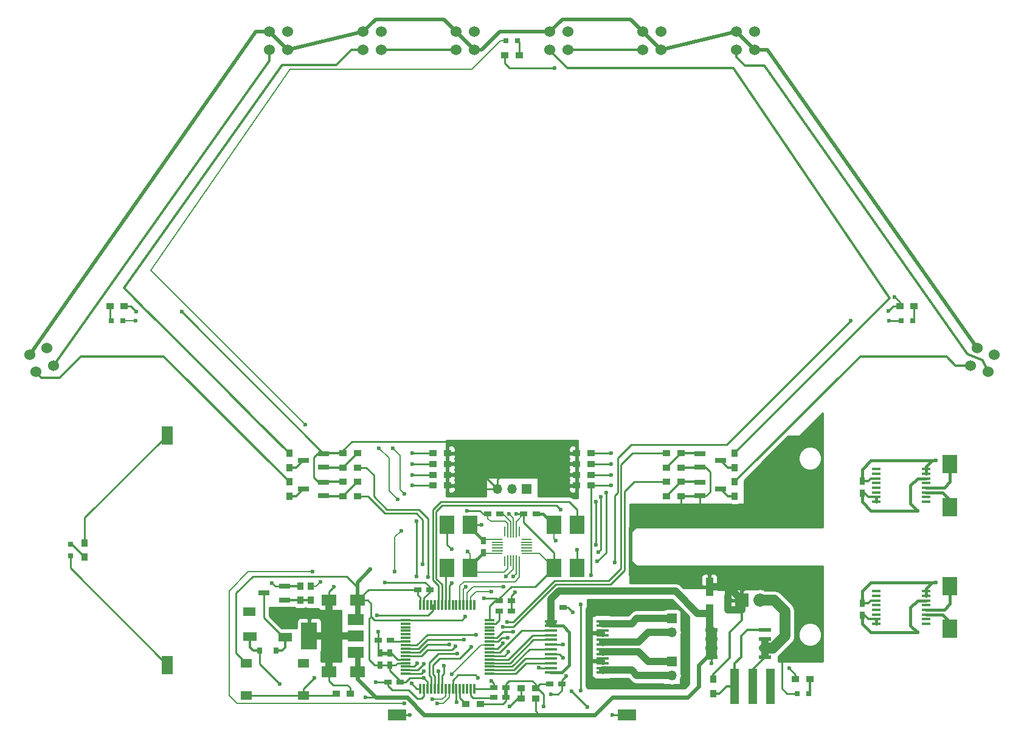
<source format=gtl>
G04 #@! TF.FileFunction,Copper,L1,Top,Signal*
%FSLAX46Y46*%
G04 Gerber Fmt 4.6, Leading zero omitted, Abs format (unit mm)*
G04 Created by KiCad (PCBNEW 4.0.1-stable) date 2017/09/30 15:07:11*
%MOMM*%
G01*
G04 APERTURE LIST*
%ADD10C,0.100000*%
%ADD11R,2.000000X2.500000*%
%ADD12R,1.750000X0.450000*%
%ADD13R,1.200000X0.400000*%
%ADD14R,1.000000X0.750000*%
%ADD15R,0.750000X1.000000*%
%ADD16R,2.000000X1.600000*%
%ADD17R,0.800000X0.800000*%
%ADD18R,0.800000X0.900000*%
%ADD19R,2.500000X1.500000*%
%ADD20R,1.850000X1.850000*%
%ADD21O,1.850000X1.850000*%
%ADD22R,1.500000X2.500000*%
%ADD23R,1.350000X1.350000*%
%ADD24O,1.350000X1.350000*%
%ADD25R,1.500000X0.800000*%
%ADD26R,1.000000X0.900000*%
%ADD27R,0.900000X1.000000*%
%ADD28R,1.400000X0.300000*%
%ADD29R,0.300000X1.400000*%
%ADD30R,1.750000X0.550000*%
%ADD31R,2.200000X3.800000*%
%ADD32R,2.200000X1.500000*%
%ADD33R,1.400000X0.200000*%
%ADD34R,1.500000X0.200000*%
%ADD35R,0.200000X1.400000*%
%ADD36R,0.200000X1.500000*%
%ADD37C,1.524000*%
%ADD38R,1.550000X1.300000*%
%ADD39R,1.700000X1.300000*%
%ADD40R,1.900000X1.300000*%
%ADD41R,1.200000X5.000000*%
%ADD42R,1.000000X2.500000*%
%ADD43C,0.600000*%
%ADD44C,0.250000*%
%ADD45C,0.200000*%
%ADD46C,0.500000*%
%ADD47C,1.000000*%
%ADD48C,0.600000*%
%ADD49C,0.300000*%
%ADD50C,0.400000*%
%ADD51C,0.800000*%
%ADD52C,1.500000*%
%ADD53C,0.254000*%
G04 APERTURE END LIST*
D10*
D11*
X211000000Y-131000000D03*
X211000000Y-137000000D03*
D12*
X162600000Y-143075000D03*
X162600000Y-142425000D03*
X162600000Y-141775000D03*
X162600000Y-141125000D03*
X162600000Y-140475000D03*
X162600000Y-139825000D03*
X162600000Y-139175000D03*
X162600000Y-138525000D03*
X162600000Y-137875000D03*
X162600000Y-137225000D03*
X162600000Y-136575000D03*
X162600000Y-135925000D03*
X155400000Y-135925000D03*
X155400000Y-136575000D03*
X155400000Y-137225000D03*
X155400000Y-137875000D03*
X155400000Y-138525000D03*
X155400000Y-139175000D03*
X155400000Y-139825000D03*
X155400000Y-140475000D03*
X155400000Y-141125000D03*
X155400000Y-141775000D03*
X155400000Y-142425000D03*
X155400000Y-143075000D03*
D13*
X207650000Y-136275000D03*
X207650000Y-135625000D03*
X207650000Y-134975000D03*
X207650000Y-134325000D03*
X207650000Y-133675000D03*
X207650000Y-133025000D03*
X207650000Y-132375000D03*
X207650000Y-131725000D03*
X200750000Y-131725000D03*
X200750000Y-132375000D03*
X200750000Y-133025000D03*
X200750000Y-133675000D03*
X200750000Y-134325000D03*
X200750000Y-134975000D03*
X200750000Y-135625000D03*
X200750000Y-136275000D03*
D14*
X133050000Y-138600000D03*
X131350000Y-138600000D03*
D15*
X131600000Y-142050000D03*
X131600000Y-140350000D03*
X133000000Y-142050000D03*
X133000000Y-140350000D03*
D14*
X134450000Y-144400000D03*
X132750000Y-144400000D03*
X136850000Y-131500000D03*
X138550000Y-131500000D03*
X147450000Y-146500000D03*
X149150000Y-146500000D03*
D16*
X128500000Y-143000000D03*
X124500000Y-143000000D03*
D14*
X147450000Y-145200000D03*
X149150000Y-145200000D03*
D16*
X128500000Y-133000000D03*
X124500000Y-133000000D03*
D14*
X148250000Y-133100000D03*
X149950000Y-133100000D03*
X148250000Y-134500000D03*
X149950000Y-134500000D03*
X156950000Y-144700000D03*
X155250000Y-144700000D03*
X155450000Y-134000000D03*
X157150000Y-134000000D03*
X151650000Y-121000000D03*
X153350000Y-121000000D03*
X148350000Y-121000000D03*
X146650000Y-121000000D03*
D15*
X146000000Y-124650000D03*
X146000000Y-126350000D03*
X198750000Y-118100000D03*
X198750000Y-116400000D03*
X198750000Y-135100000D03*
X198750000Y-133400000D03*
D17*
X149200000Y-55000000D03*
X150800000Y-55000000D03*
X95800000Y-94000000D03*
X94200000Y-94000000D03*
X204200000Y-94000000D03*
X205800000Y-94000000D03*
X88500000Y-126800000D03*
X88500000Y-125200000D03*
X191300000Y-146000000D03*
X189700000Y-146000000D03*
D18*
X114850000Y-140000000D03*
X117150000Y-140000000D03*
D19*
X166000000Y-149000000D03*
D20*
X182000000Y-133000000D03*
D21*
X184540000Y-133000000D03*
D22*
X102000000Y-142000000D03*
X102000000Y-110000000D03*
D19*
X134000000Y-149000000D03*
D23*
X152000000Y-117500000D03*
D24*
X150000000Y-117500000D03*
X148000000Y-117500000D03*
D23*
X172250000Y-135500000D03*
D24*
X172250000Y-137500000D03*
D23*
X172250000Y-141500000D03*
D24*
X172250000Y-143500000D03*
D25*
X118300000Y-132950000D03*
X118300000Y-131050000D03*
X115470000Y-132000000D03*
X123800000Y-118450000D03*
X123800000Y-116550000D03*
X120970000Y-117500000D03*
X123800000Y-114450000D03*
X123800000Y-112550000D03*
X120970000Y-113500000D03*
X176200000Y-112550000D03*
X176200000Y-114450000D03*
X179030000Y-113500000D03*
X176200000Y-116550000D03*
X176200000Y-118450000D03*
X179030000Y-117500000D03*
D26*
X151000000Y-57000000D03*
X149000000Y-57000000D03*
X94000000Y-92000000D03*
X96000000Y-92000000D03*
X206000000Y-92000000D03*
X204000000Y-92000000D03*
D27*
X90500000Y-127000000D03*
X90500000Y-125000000D03*
D26*
X127500000Y-146000000D03*
X125500000Y-146000000D03*
D27*
X178000000Y-146000000D03*
X178000000Y-144000000D03*
D26*
X153300000Y-145300000D03*
X151300000Y-145300000D03*
X151300000Y-146700000D03*
X153300000Y-146700000D03*
X143600000Y-147500000D03*
X145600000Y-147500000D03*
X189500000Y-144000000D03*
X191500000Y-144000000D03*
D27*
X122000000Y-131000000D03*
X122000000Y-133000000D03*
X120500000Y-133000000D03*
X120500000Y-131000000D03*
D26*
X126500000Y-118500000D03*
X128500000Y-118500000D03*
X126500000Y-114500000D03*
X128500000Y-114500000D03*
X173500000Y-112500000D03*
X171500000Y-112500000D03*
X173500000Y-116500000D03*
X171500000Y-116500000D03*
X128500000Y-116500000D03*
X126500000Y-116500000D03*
X128500000Y-112500000D03*
X126500000Y-112500000D03*
X171500000Y-114500000D03*
X173500000Y-114500000D03*
X171500000Y-118500000D03*
X173500000Y-118500000D03*
D27*
X119000000Y-118500000D03*
X119000000Y-116500000D03*
X119000000Y-114500000D03*
X119000000Y-112500000D03*
X181000000Y-114500000D03*
X181000000Y-112500000D03*
X181000000Y-118500000D03*
X181000000Y-116500000D03*
D26*
X139000000Y-115500000D03*
X141000000Y-115500000D03*
X139000000Y-117000000D03*
X141000000Y-117000000D03*
X139000000Y-112500000D03*
X141000000Y-112500000D03*
X139000000Y-114000000D03*
X141000000Y-114000000D03*
X161000000Y-114000000D03*
X159000000Y-114000000D03*
X161000000Y-112500000D03*
X159000000Y-112500000D03*
X161000000Y-115500000D03*
X159000000Y-115500000D03*
X161000000Y-117000000D03*
X159000000Y-117000000D03*
D28*
X135150000Y-135750000D03*
X135150000Y-136250000D03*
X135150000Y-136750000D03*
X135150000Y-137250000D03*
X135150000Y-137750000D03*
X135150000Y-138250000D03*
X135150000Y-138750000D03*
X135150000Y-139250000D03*
X135150000Y-139750000D03*
X135150000Y-140250000D03*
X135150000Y-140750000D03*
X135150000Y-141250000D03*
X135150000Y-141750000D03*
X135150000Y-142250000D03*
X135150000Y-142750000D03*
X135150000Y-143250000D03*
D29*
X137250000Y-145350000D03*
X137750000Y-145350000D03*
X138250000Y-145350000D03*
X138750000Y-145350000D03*
X139250000Y-145350000D03*
X139750000Y-145350000D03*
X140250000Y-145350000D03*
X140750000Y-145350000D03*
X141250000Y-145350000D03*
X141750000Y-145350000D03*
X142250000Y-145350000D03*
X142750000Y-145350000D03*
X143250000Y-145350000D03*
X143750000Y-145350000D03*
X144250000Y-145350000D03*
X144750000Y-145350000D03*
D28*
X146850000Y-143250000D03*
X146850000Y-142750000D03*
X146850000Y-142250000D03*
X146850000Y-141750000D03*
X146850000Y-141250000D03*
X146850000Y-140750000D03*
X146850000Y-140250000D03*
X146850000Y-139750000D03*
X146850000Y-139250000D03*
X146850000Y-138750000D03*
X146850000Y-138250000D03*
X146850000Y-137750000D03*
X146850000Y-137250000D03*
X146850000Y-136750000D03*
X146850000Y-136250000D03*
X146850000Y-135750000D03*
D29*
X144750000Y-133650000D03*
X144250000Y-133650000D03*
X143750000Y-133650000D03*
X143250000Y-133650000D03*
X142750000Y-133650000D03*
X142250000Y-133650000D03*
X141750000Y-133650000D03*
X141250000Y-133650000D03*
X140750000Y-133650000D03*
X140250000Y-133650000D03*
X139750000Y-133650000D03*
X139250000Y-133650000D03*
X138750000Y-133650000D03*
X138250000Y-133650000D03*
X137750000Y-133650000D03*
X137250000Y-133650000D03*
D30*
X185200000Y-140905000D03*
X185200000Y-139635000D03*
X185200000Y-138365000D03*
X185200000Y-137095000D03*
X177800000Y-137095000D03*
X177800000Y-138365000D03*
X177800000Y-139635000D03*
X177800000Y-140905000D03*
D31*
X121750000Y-138000000D03*
D32*
X128250000Y-138000000D03*
X128250000Y-135700000D03*
X128250000Y-140300000D03*
D33*
X152050000Y-126500000D03*
D34*
X152000000Y-126100000D03*
X152000000Y-125700000D03*
X152000000Y-125300000D03*
X152000000Y-124900000D03*
D33*
X152050000Y-124500000D03*
D35*
X151000000Y-123450000D03*
D36*
X150600000Y-123500000D03*
X150200000Y-123500000D03*
X149800000Y-123500000D03*
X149400000Y-123500000D03*
D35*
X149000000Y-123450000D03*
D33*
X147950000Y-124500000D03*
D34*
X148000000Y-124900000D03*
X148000000Y-125300000D03*
X148000000Y-125700000D03*
X148000000Y-126100000D03*
D33*
X147950000Y-126500000D03*
D35*
X149000000Y-127550000D03*
D36*
X149400000Y-127500000D03*
X149800000Y-127500000D03*
X150200000Y-127500000D03*
X150600000Y-127500000D03*
D35*
X151000000Y-127550000D03*
D13*
X207650000Y-119275000D03*
X207650000Y-118625000D03*
X207650000Y-117975000D03*
X207650000Y-117325000D03*
X207650000Y-116675000D03*
X207650000Y-116025000D03*
X207650000Y-115375000D03*
X207650000Y-114725000D03*
X200750000Y-114725000D03*
X200750000Y-115375000D03*
X200750000Y-116025000D03*
X200750000Y-116675000D03*
X200750000Y-117325000D03*
X200750000Y-117975000D03*
X200750000Y-118625000D03*
X200750000Y-119275000D03*
D37*
X118770000Y-53730000D03*
X116230000Y-53730000D03*
X118770000Y-56270000D03*
X116230000Y-56270000D03*
X85259044Y-97872225D03*
X82872225Y-98740956D03*
X86127775Y-100259044D03*
X83740956Y-101127775D03*
X144770000Y-53730000D03*
X142230000Y-53730000D03*
X144770000Y-56270000D03*
X142230000Y-56270000D03*
X131770000Y-53730000D03*
X129230000Y-53730000D03*
X131770000Y-56270000D03*
X129230000Y-56270000D03*
X170770000Y-53730000D03*
X168230000Y-53730000D03*
X170770000Y-56270000D03*
X168230000Y-56270000D03*
X157770000Y-53730000D03*
X155230000Y-53730000D03*
X157770000Y-56270000D03*
X155230000Y-56270000D03*
X183770000Y-53730000D03*
X181230000Y-53730000D03*
X183770000Y-56270000D03*
X181230000Y-56270000D03*
X217127775Y-98740956D03*
X214740956Y-97872225D03*
X216259044Y-101127775D03*
X213872225Y-100259044D03*
D38*
X113025000Y-141750000D03*
X120975000Y-141750000D03*
X113025000Y-146250000D03*
X120975000Y-146250000D03*
D39*
X113450000Y-134600000D03*
D40*
X113550000Y-138100000D03*
X118450000Y-138150000D03*
D41*
X181000000Y-145000000D03*
X183500000Y-145000000D03*
X186000000Y-145000000D03*
D42*
X177500000Y-134850000D03*
X177500000Y-131150000D03*
D11*
X211000000Y-114000000D03*
X211000000Y-120000000D03*
X159040000Y-122500000D03*
X159040000Y-128500000D03*
X155840000Y-122500000D03*
X155840000Y-128500000D03*
X144160000Y-128500000D03*
X144160000Y-122500000D03*
X140960000Y-128500000D03*
X140960000Y-122500000D03*
D43*
X143700000Y-120500000D03*
X156100000Y-124700000D03*
X173800000Y-129500000D03*
X167000000Y-130000000D03*
X187700000Y-141100000D03*
X192700000Y-141000000D03*
X181800000Y-129100000D03*
X192500000Y-128900000D03*
X188600000Y-132200000D03*
X192400000Y-135400000D03*
X192000000Y-110600000D03*
X190300000Y-115900000D03*
X183200000Y-116500000D03*
X192600000Y-122100000D03*
X180100000Y-121300000D03*
X167000000Y-122300000D03*
X167000000Y-120200000D03*
X143800000Y-126200000D03*
X202400000Y-92700000D03*
X104000000Y-92800000D03*
X97700000Y-92800000D03*
X116600000Y-130600000D03*
X125200000Y-131100000D03*
X150450000Y-131900000D03*
X174100000Y-136400000D03*
X174100000Y-140100000D03*
X174000000Y-144500000D03*
X165700000Y-144800000D03*
X160800000Y-144800000D03*
X160750000Y-141450000D03*
X160750000Y-137550000D03*
X171800000Y-133600000D03*
X165800000Y-133800000D03*
X161400000Y-133800000D03*
X153300000Y-113100000D03*
X144900000Y-114000000D03*
X142600000Y-118000000D03*
X145800000Y-118000000D03*
X148500000Y-115400000D03*
X155100000Y-117500000D03*
X157300000Y-117700000D03*
X157400000Y-111300000D03*
X150000000Y-111300000D03*
X142500000Y-111300000D03*
X125000000Y-138000000D03*
X124700000Y-140600000D03*
X125000000Y-135400000D03*
X119500000Y-136300000D03*
X116700000Y-134500000D03*
X121700000Y-134800000D03*
X158500000Y-134700000D03*
X132300000Y-130500000D03*
X154400000Y-147800000D03*
X135800000Y-149000000D03*
X131400000Y-137400000D03*
X131000000Y-144400000D03*
X157100000Y-139200000D03*
X203300000Y-90700000D03*
X155900000Y-58800000D03*
X155400000Y-146100000D03*
X130300000Y-128700000D03*
X137700000Y-143850000D03*
X146100000Y-132700000D03*
X143500000Y-135300000D03*
X147100000Y-144250000D03*
X150600000Y-121000000D03*
X145800000Y-122500000D03*
X157100000Y-141000000D03*
X157500000Y-143600000D03*
X117700000Y-144700000D03*
X129600000Y-146500000D03*
X188600000Y-142500000D03*
X177800000Y-141800000D03*
X206500000Y-120500000D03*
X209000000Y-113500000D03*
X206500000Y-137500000D03*
X209000000Y-130500000D03*
X121200000Y-108500000D03*
X133400000Y-111800000D03*
X135000000Y-118200000D03*
X138900000Y-146800000D03*
X97600000Y-94000000D03*
X131500000Y-111800000D03*
X134100000Y-118900000D03*
X134600000Y-123300000D03*
X133700000Y-129000000D03*
X139600000Y-147400000D03*
X202500000Y-94000000D03*
X197200000Y-94000000D03*
X164300000Y-127700000D03*
X159600000Y-133600000D03*
X159600000Y-145600000D03*
X145300000Y-143800000D03*
X148700000Y-139000000D03*
X158300000Y-145700000D03*
X160500000Y-147900000D03*
X164000000Y-149000000D03*
X150200000Y-137400000D03*
X149400000Y-138200000D03*
X141600000Y-125900000D03*
X141600000Y-130600000D03*
X159050000Y-125950000D03*
X156750000Y-120400000D03*
X122500000Y-143800000D03*
X131200000Y-135100000D03*
X149700000Y-147800000D03*
X142300000Y-147200000D03*
X123300000Y-130400000D03*
X122200000Y-129000000D03*
X135000000Y-147400000D03*
X141600000Y-143300000D03*
X137600000Y-128000000D03*
X140500000Y-142100000D03*
X138300000Y-129750000D03*
X139750000Y-142850000D03*
X144300000Y-139500000D03*
X149300000Y-136000000D03*
X148700000Y-136700000D03*
X142400000Y-140400000D03*
X136000000Y-144600000D03*
X136100000Y-115500000D03*
X137700000Y-142900000D03*
X136700000Y-129700000D03*
X136700000Y-122000000D03*
X136100000Y-117000000D03*
X137700000Y-141900000D03*
X136100000Y-112500000D03*
X136800000Y-141800000D03*
X136100000Y-114000000D03*
X162400000Y-118600000D03*
X162000000Y-126300000D03*
X142100000Y-139400000D03*
X163800000Y-114000000D03*
X161700000Y-119300000D03*
X161700000Y-125300000D03*
X141300000Y-139200000D03*
X163800000Y-112500000D03*
X163100000Y-118000000D03*
X161900000Y-127600000D03*
X143300000Y-138500000D03*
X163800000Y-115500000D03*
X145000000Y-137800000D03*
X161000000Y-129500000D03*
X163800000Y-117000000D03*
X153700000Y-142400000D03*
X149500000Y-140200000D03*
X149200000Y-129700000D03*
X147100000Y-131800000D03*
X150200000Y-129700000D03*
X148800000Y-131100000D03*
X149600000Y-121000000D03*
X143600000Y-131100000D03*
D44*
X135150000Y-138750000D02*
X133200000Y-138750000D01*
X133200000Y-138750000D02*
X133050000Y-138600000D01*
X146650000Y-121000000D02*
X146000000Y-121000000D01*
X145500000Y-120500000D02*
X143700000Y-120500000D01*
X146000000Y-121000000D02*
X145500000Y-120500000D01*
D45*
X155840000Y-122500000D02*
X155840000Y-124440000D01*
X155840000Y-124440000D02*
X156100000Y-124700000D01*
D46*
X167000000Y-122300000D02*
X167000000Y-122400000D01*
D45*
X175450000Y-131150000D02*
X173800000Y-129500000D01*
X175450000Y-131150000D02*
X177500000Y-131150000D01*
D46*
X166500000Y-129500000D02*
X167000000Y-130000000D01*
X166500000Y-122900000D02*
X166500000Y-129500000D01*
X167000000Y-122400000D02*
X166500000Y-122900000D01*
D47*
X182000000Y-133000000D02*
X182000000Y-134300000D01*
X180100000Y-134300000D02*
X180100000Y-132500000D01*
X182000000Y-134300000D02*
X180100000Y-134300000D01*
D45*
X192300000Y-140600000D02*
X192700000Y-141000000D01*
X188500000Y-140600000D02*
X192300000Y-140600000D01*
X177500000Y-131150000D02*
X179750000Y-131150000D01*
X179750000Y-131150000D02*
X181800000Y-129100000D01*
X192500000Y-128900000D02*
X189200000Y-132200000D01*
X189200000Y-132200000D02*
X188600000Y-132200000D01*
X173500000Y-118500000D02*
X173500000Y-119900000D01*
X190400000Y-110600000D02*
X192000000Y-110600000D01*
X188600000Y-112400000D02*
X190400000Y-110600000D01*
X188600000Y-114200000D02*
X188600000Y-112400000D01*
X190300000Y-115900000D02*
X188600000Y-114200000D01*
X187000000Y-116500000D02*
X183200000Y-116500000D01*
X192600000Y-122100000D02*
X187000000Y-116500000D01*
X168000000Y-121300000D02*
X180100000Y-121300000D01*
X167000000Y-122300000D02*
X168000000Y-121300000D01*
X173200000Y-120200000D02*
X167000000Y-120200000D01*
X173500000Y-119900000D02*
X173200000Y-120200000D01*
X144160000Y-128500000D02*
X144160000Y-126560000D01*
X144160000Y-126560000D02*
X143800000Y-126200000D01*
X149400000Y-127500000D02*
X149400000Y-128600000D01*
X148900000Y-129100000D02*
X144760000Y-129100000D01*
X149400000Y-128600000D02*
X148900000Y-129100000D01*
X144760000Y-129100000D02*
X144160000Y-128500000D01*
D44*
X204000000Y-92000000D02*
X203100000Y-92000000D01*
X203100000Y-92000000D02*
X202400000Y-92700000D01*
X173500000Y-118500000D02*
X173500000Y-119700000D01*
X173500000Y-119700000D02*
X173800000Y-120000000D01*
X176200000Y-118450000D02*
X176200000Y-120000000D01*
X126500000Y-112500000D02*
X126500000Y-112100000D01*
X126500000Y-112100000D02*
X127700000Y-110900000D01*
X142100000Y-110900000D02*
X142500000Y-111300000D01*
X127700000Y-110900000D02*
X142100000Y-110900000D01*
X96000000Y-92000000D02*
X96900000Y-92000000D01*
X104000000Y-92800000D02*
X123750000Y-112550000D01*
X96900000Y-92000000D02*
X97700000Y-92800000D01*
X123750000Y-112550000D02*
X123800000Y-112550000D01*
X118300000Y-131050000D02*
X117050000Y-131050000D01*
X117050000Y-131050000D02*
X116600000Y-130600000D01*
X124500000Y-133000000D02*
X124500000Y-131800000D01*
X124500000Y-131800000D02*
X125200000Y-131100000D01*
X149950000Y-132400000D02*
X150450000Y-131900000D01*
X149950000Y-133100000D02*
X149950000Y-132400000D01*
X174050000Y-140050000D02*
X174100000Y-136400000D01*
X174100000Y-140100000D02*
X174050000Y-140050000D01*
X173600000Y-145150000D02*
X174000000Y-144500000D01*
X165850000Y-144950000D02*
X173600000Y-145150000D01*
X165700000Y-144800000D02*
X165850000Y-144950000D01*
X160750000Y-144650000D02*
X160800000Y-144800000D01*
X160750000Y-141450000D02*
X160750000Y-144650000D01*
D48*
X162600000Y-141450000D02*
X160750000Y-141450000D01*
D44*
X160750000Y-137550000D02*
X160650000Y-134550000D01*
D48*
X162600000Y-137550000D02*
X160750000Y-137550000D01*
D44*
X166000000Y-133600000D02*
X171800000Y-133600000D01*
X165800000Y-133800000D02*
X166000000Y-133600000D01*
X160650000Y-134550000D02*
X161400000Y-133800000D01*
X141000000Y-114000000D02*
X144900000Y-114000000D01*
X141000000Y-112500000D02*
X142600000Y-112500000D01*
X145800000Y-115500000D02*
X145800000Y-118000000D01*
X146100000Y-115200000D02*
X145800000Y-115500000D01*
X148300000Y-115200000D02*
X146100000Y-115200000D01*
X148500000Y-115400000D02*
X148300000Y-115200000D01*
X157100000Y-117500000D02*
X155100000Y-117500000D01*
X157300000Y-117700000D02*
X157100000Y-117500000D01*
X150000000Y-111300000D02*
X157400000Y-111300000D01*
X142500000Y-112400000D02*
X142500000Y-111300000D01*
X142600000Y-112500000D02*
X142500000Y-112400000D01*
X124500000Y-133000000D02*
X124500000Y-134800000D01*
X125500000Y-139000000D02*
X125000000Y-138000000D01*
X124700000Y-140600000D02*
X125500000Y-139000000D01*
X124800000Y-135400000D02*
X125000000Y-135400000D01*
X124500000Y-134800000D02*
X124800000Y-135400000D01*
X121750000Y-138000000D02*
X121750000Y-134850000D01*
X118500000Y-136300000D02*
X119500000Y-136300000D01*
X116700000Y-134500000D02*
X118500000Y-136300000D01*
X121750000Y-134850000D02*
X121700000Y-134800000D01*
X157150000Y-134000000D02*
X157800000Y-134000000D01*
X157800000Y-134000000D02*
X158500000Y-134700000D01*
X138550000Y-131500000D02*
X138550000Y-131150000D01*
X138550000Y-131150000D02*
X137900000Y-130500000D01*
X137900000Y-130500000D02*
X132300000Y-130500000D01*
X138550000Y-131850000D02*
X137750000Y-132650000D01*
X137750000Y-132650000D02*
X137750000Y-133650000D01*
X138550000Y-131500000D02*
X138550000Y-131850000D01*
X138550000Y-131500000D02*
X138550000Y-131650000D01*
X148000000Y-117500000D02*
X146300000Y-115800000D01*
X153300000Y-145300000D02*
X153600000Y-145300000D01*
X153600000Y-145300000D02*
X154400000Y-146100000D01*
X154400000Y-146100000D02*
X154400000Y-147800000D01*
X153300000Y-145300000D02*
X153500000Y-145300000D01*
X137750000Y-145350000D02*
X137750000Y-146350000D01*
X132750000Y-144950000D02*
X132750000Y-144400000D01*
X133300000Y-145500000D02*
X132750000Y-144950000D01*
X135600000Y-145500000D02*
X133300000Y-145500000D01*
X136800000Y-146700000D02*
X135600000Y-145500000D01*
X137400000Y-146700000D02*
X136800000Y-146700000D01*
X137750000Y-146350000D02*
X137400000Y-146700000D01*
X134000000Y-149000000D02*
X135800000Y-149000000D01*
X131350000Y-138600000D02*
X131350000Y-137450000D01*
X131350000Y-137450000D02*
X131400000Y-137400000D01*
X132750000Y-144400000D02*
X131000000Y-144400000D01*
X155400000Y-139175000D02*
X157075000Y-139175000D01*
X157075000Y-139175000D02*
X157100000Y-139200000D01*
X159000000Y-112200000D02*
X159000000Y-112500000D01*
X145600000Y-147500000D02*
X148700000Y-147500000D01*
X149150000Y-147050000D02*
X149150000Y-146500000D01*
X148700000Y-147500000D02*
X149150000Y-147050000D01*
X141000000Y-117000000D02*
X143300000Y-117000000D01*
X143800000Y-117500000D02*
X148000000Y-117500000D01*
X143300000Y-117000000D02*
X143800000Y-117500000D01*
X159000000Y-117000000D02*
X156200000Y-117000000D01*
X156200000Y-117000000D02*
X153600000Y-114400000D01*
X153600000Y-114400000D02*
X149700000Y-114400000D01*
X149700000Y-114400000D02*
X148000000Y-116100000D01*
X148000000Y-116100000D02*
X148000000Y-117500000D01*
X204000000Y-92000000D02*
X204000000Y-91400000D01*
X149000000Y-58100000D02*
X149000000Y-57000000D01*
X149700000Y-58800000D02*
X155900000Y-58800000D01*
X149000000Y-58100000D02*
X149700000Y-58800000D01*
X204000000Y-91400000D02*
X203300000Y-90700000D01*
X135150000Y-141250000D02*
X134050000Y-141250000D01*
X134050000Y-141250000D02*
X133150000Y-140350000D01*
X133150000Y-140350000D02*
X133000000Y-140350000D01*
X131350000Y-138600000D02*
X131350000Y-140100000D01*
X131350000Y-140100000D02*
X131600000Y-140350000D01*
X133000000Y-140350000D02*
X131600000Y-140350000D01*
D45*
X144660000Y-129000000D02*
X144160000Y-128500000D01*
X144760000Y-129100000D02*
X144160000Y-128500000D01*
D44*
X149150000Y-145200000D02*
X149150000Y-144650000D01*
X153300000Y-144700000D02*
X153300000Y-145300000D01*
X152800000Y-144200000D02*
X153300000Y-144700000D01*
X149600000Y-144200000D02*
X152800000Y-144200000D01*
X149150000Y-144650000D02*
X149600000Y-144200000D01*
X155250000Y-144700000D02*
X153900000Y-144700000D01*
X153900000Y-144700000D02*
X153300000Y-145300000D01*
X149150000Y-145200000D02*
X149150000Y-146500000D01*
X176200000Y-114450000D02*
X176950000Y-114450000D01*
X176950000Y-114450000D02*
X177600000Y-115100000D01*
X177050000Y-118450000D02*
X176200000Y-118450000D01*
X177600000Y-117900000D02*
X177050000Y-118450000D01*
X177600000Y-115100000D02*
X177600000Y-117900000D01*
X123800000Y-116550000D02*
X123050000Y-116550000D01*
X123050000Y-116550000D02*
X122400000Y-115900000D01*
X122950000Y-112550000D02*
X123800000Y-112550000D01*
X122400000Y-113100000D02*
X122950000Y-112550000D01*
X122400000Y-115900000D02*
X122400000Y-113100000D01*
X182000000Y-131800000D02*
X182000000Y-133000000D01*
X182900000Y-130900000D02*
X182000000Y-131800000D01*
X187100000Y-130900000D02*
X182900000Y-130900000D01*
X189700000Y-133500000D02*
X187100000Y-130900000D01*
X189700000Y-139400000D02*
X189700000Y-133500000D01*
X187600000Y-141500000D02*
X188500000Y-140600000D01*
X188500000Y-140600000D02*
X189700000Y-139400000D01*
X187600000Y-145300000D02*
X187600000Y-141500000D01*
X188300000Y-146000000D02*
X187600000Y-145300000D01*
X189700000Y-146000000D02*
X188300000Y-146000000D01*
X149950000Y-133100000D02*
X149950000Y-134500000D01*
X159000000Y-114000000D02*
X159000000Y-115500000D01*
X159000000Y-112500000D02*
X159000000Y-114000000D01*
X141000000Y-115500000D02*
X141000000Y-117000000D01*
X141000000Y-114000000D02*
X141000000Y-115500000D01*
X141000000Y-112500000D02*
X141000000Y-114000000D01*
X124500000Y-143000000D02*
X124500000Y-144200000D01*
X127500000Y-145200000D02*
X127500000Y-146000000D01*
X127100000Y-144800000D02*
X127500000Y-145200000D01*
X125100000Y-144800000D02*
X127100000Y-144800000D01*
X124500000Y-144200000D02*
X125100000Y-144800000D01*
D49*
X178000000Y-144000000D02*
X178000000Y-143300000D01*
X182000000Y-135800000D02*
X182000000Y-133000000D01*
X180300000Y-137500000D02*
X182000000Y-135800000D01*
X180300000Y-141000000D02*
X180300000Y-137500000D01*
X178000000Y-143300000D02*
X180300000Y-141000000D01*
D45*
X144760000Y-129100000D02*
X144160000Y-128500000D01*
D50*
X153350000Y-121000000D02*
X154340000Y-121000000D01*
X154340000Y-121000000D02*
X155840000Y-122500000D01*
X144160000Y-128500000D02*
X144160000Y-128190000D01*
X144160000Y-128190000D02*
X146000000Y-126350000D01*
D49*
X127500000Y-146000000D02*
X127500000Y-146300000D01*
D45*
X147950000Y-126500000D02*
X146150000Y-126500000D01*
X146150000Y-126500000D02*
X146000000Y-126350000D01*
D49*
X159000000Y-115500000D02*
X159000000Y-117000000D01*
X173500000Y-118500000D02*
X176150000Y-118500000D01*
X176150000Y-118500000D02*
X176200000Y-118450000D01*
X173500000Y-114500000D02*
X176150000Y-114500000D01*
X176150000Y-114500000D02*
X176200000Y-114450000D01*
X126500000Y-116500000D02*
X123850000Y-116500000D01*
X123850000Y-116500000D02*
X123800000Y-116550000D01*
X126500000Y-112500000D02*
X123850000Y-112500000D01*
X123850000Y-112500000D02*
X123800000Y-112550000D01*
D45*
X149400000Y-123500000D02*
X149400000Y-122300000D01*
X146650000Y-121650000D02*
X146650000Y-121000000D01*
X147000000Y-122000000D02*
X146650000Y-121650000D01*
X149100000Y-122000000D02*
X147000000Y-122000000D01*
X149400000Y-122300000D02*
X149100000Y-122000000D01*
D47*
X177500000Y-131150000D02*
X180150000Y-131150000D01*
X180150000Y-131150000D02*
X182000000Y-133000000D01*
D49*
X120500000Y-131000000D02*
X118350000Y-131000000D01*
X118350000Y-131000000D02*
X118300000Y-131050000D01*
D47*
X124500000Y-143000000D02*
X124500000Y-133000000D01*
X128250000Y-138000000D02*
X121750000Y-138000000D01*
D50*
X162600000Y-141125000D02*
X162600000Y-141450000D01*
X162600000Y-141450000D02*
X162600000Y-141775000D01*
X162600000Y-137225000D02*
X162600000Y-137550000D01*
X162600000Y-137550000D02*
X162600000Y-137875000D01*
D44*
X137250000Y-133650000D02*
X137250000Y-132650000D01*
X137250000Y-132650000D02*
X136850000Y-132250000D01*
X136850000Y-132250000D02*
X136850000Y-131500000D01*
X136850000Y-131500000D02*
X130000000Y-131500000D01*
X130000000Y-131500000D02*
X128500000Y-133000000D01*
X156950000Y-145550000D02*
X156950000Y-144700000D01*
X156400000Y-146100000D02*
X156950000Y-145550000D01*
X155400000Y-146100000D02*
X156400000Y-146100000D01*
X133000000Y-142050000D02*
X133000000Y-142800000D01*
X133000000Y-142800000D02*
X134450000Y-144250000D01*
X134450000Y-144250000D02*
X134450000Y-144400000D01*
D46*
X128500000Y-130500000D02*
X128500000Y-131200000D01*
X130300000Y-128700000D02*
X128500000Y-130500000D01*
D44*
X130400000Y-135300000D02*
X130100000Y-135600000D01*
X130850000Y-142050000D02*
X131600000Y-142050000D01*
X130100000Y-141300000D02*
X130850000Y-142050000D01*
X130100000Y-135600000D02*
X130100000Y-141300000D01*
X135150000Y-141750000D02*
X134050000Y-141750000D01*
X133750000Y-142050000D02*
X133000000Y-142050000D01*
X134050000Y-141750000D02*
X133750000Y-142050000D01*
X133000000Y-142050000D02*
X131600000Y-142050000D01*
X128500000Y-133000000D02*
X129900000Y-133000000D01*
X130850000Y-135750000D02*
X135150000Y-135750000D01*
X130400000Y-135300000D02*
X130850000Y-135750000D01*
X130400000Y-133500000D02*
X130400000Y-135300000D01*
X129900000Y-133000000D02*
X130400000Y-133500000D01*
X135200000Y-144400000D02*
X134450000Y-144400000D01*
X137700000Y-143850000D02*
X135750000Y-143850000D01*
X135750000Y-143850000D02*
X135200000Y-144400000D01*
X136450000Y-135750000D02*
X143050000Y-135750000D01*
X147800000Y-132700000D02*
X148200000Y-133100000D01*
X147500000Y-132700000D02*
X147800000Y-132700000D01*
X146100000Y-132700000D02*
X147500000Y-132700000D01*
X143050000Y-135750000D02*
X143500000Y-135300000D01*
X135150000Y-135750000D02*
X136450000Y-135750000D01*
X148200000Y-133100000D02*
X148250000Y-133100000D01*
X128500000Y-131200000D02*
X127000000Y-129700000D01*
X111600000Y-140325000D02*
X113025000Y-141750000D01*
X111600000Y-132000000D02*
X111600000Y-140325000D01*
X113900000Y-129700000D02*
X111600000Y-132000000D01*
X127000000Y-129700000D02*
X113900000Y-129700000D01*
D46*
X128500000Y-133000000D02*
X128500000Y-131200000D01*
D44*
X147450000Y-145200000D02*
X147450000Y-144600000D01*
X147450000Y-144600000D02*
X147100000Y-144250000D01*
X144750000Y-145350000D02*
X147300000Y-145350000D01*
X147300000Y-145350000D02*
X147450000Y-145200000D01*
X150600000Y-121000000D02*
X151650000Y-121000000D01*
X144160000Y-122500000D02*
X145800000Y-122500000D01*
X156950000Y-144700000D02*
X156950000Y-144150000D01*
X156575000Y-140475000D02*
X155400000Y-140475000D01*
X157100000Y-141000000D02*
X156575000Y-140475000D01*
X156950000Y-144150000D02*
X157500000Y-143600000D01*
X138250000Y-144400000D02*
X138250000Y-145350000D01*
X137700000Y-143850000D02*
X138250000Y-144400000D01*
X148250000Y-132750000D02*
X149900000Y-131100000D01*
X149900000Y-131100000D02*
X153240000Y-131100000D01*
X153240000Y-131100000D02*
X155840000Y-128500000D01*
X148250000Y-133100000D02*
X148250000Y-132750000D01*
X146850000Y-135750000D02*
X146850000Y-133850000D01*
X146850000Y-133850000D02*
X147600000Y-133100000D01*
X147600000Y-133100000D02*
X148250000Y-133100000D01*
X151650000Y-121000000D02*
X151650000Y-122150000D01*
X155840000Y-126340000D02*
X155840000Y-128500000D01*
X151650000Y-122150000D02*
X155840000Y-126340000D01*
D46*
X214740956Y-97872225D02*
X185600000Y-56300000D01*
X185570000Y-56270000D02*
X185600000Y-56300000D01*
X185570000Y-56270000D02*
X183770000Y-56270000D01*
X82872225Y-98740956D02*
X114300000Y-53800000D01*
X114370000Y-53730000D02*
X114300000Y-53800000D01*
X114370000Y-53730000D02*
X116230000Y-53730000D01*
D45*
X152050000Y-126500000D02*
X153840000Y-126500000D01*
X153840000Y-126500000D02*
X155840000Y-128500000D01*
D50*
X144160000Y-122500000D02*
X144160000Y-122810000D01*
X144160000Y-122810000D02*
X146000000Y-124650000D01*
D45*
X147950000Y-124500000D02*
X146150000Y-124500000D01*
X146150000Y-124500000D02*
X146000000Y-124650000D01*
X150600000Y-123500000D02*
X150600000Y-122050000D01*
X150600000Y-122050000D02*
X151650000Y-121000000D01*
D51*
X128500000Y-133000000D02*
X128500000Y-135450000D01*
D47*
X128500000Y-135450000D02*
X128250000Y-135700000D01*
D46*
X155230000Y-53730000D02*
X155270000Y-53730000D01*
X155270000Y-53730000D02*
X157000000Y-52000000D01*
X166500000Y-52000000D02*
X168230000Y-53730000D01*
X157000000Y-52000000D02*
X166500000Y-52000000D01*
X144770000Y-56270000D02*
X145730000Y-56270000D01*
X148270000Y-53730000D02*
X155230000Y-53730000D01*
X145730000Y-56270000D02*
X148270000Y-53730000D01*
X129230000Y-53730000D02*
X129270000Y-53730000D01*
X129270000Y-53730000D02*
X131000000Y-52000000D01*
X140500000Y-52000000D02*
X142230000Y-53730000D01*
X131000000Y-52000000D02*
X140500000Y-52000000D01*
X170770000Y-56270000D02*
X181230000Y-53730000D01*
X181230000Y-53730000D02*
X183770000Y-56270000D01*
X168230000Y-53730000D02*
X170770000Y-56270000D01*
X142230000Y-53730000D02*
X144770000Y-56270000D01*
X118770000Y-56270000D02*
X129230000Y-53730000D01*
X118770000Y-56270000D02*
X116230000Y-53730000D01*
D44*
X144250000Y-145350000D02*
X144250000Y-146250000D01*
X144600000Y-146600000D02*
X147350000Y-146600000D01*
X144250000Y-146250000D02*
X144600000Y-146600000D01*
X147350000Y-146600000D02*
X147450000Y-146500000D01*
X131000000Y-146500000D02*
X129600000Y-146500000D01*
X114850000Y-141850000D02*
X114850000Y-140000000D01*
X117700000Y-144700000D02*
X114850000Y-141850000D01*
X153300000Y-146700000D02*
X153300000Y-148400000D01*
X153300000Y-148400000D02*
X153700000Y-149000000D01*
D48*
X154000000Y-149000000D02*
X153700000Y-149000000D01*
X153700000Y-149000000D02*
X137700000Y-149000000D01*
D44*
X189500000Y-143400000D02*
X189500000Y-144000000D01*
X188600000Y-142500000D02*
X189500000Y-143400000D01*
X177800000Y-140905000D02*
X177800000Y-141800000D01*
D50*
X155400000Y-136575000D02*
X157075000Y-136575000D01*
X156925000Y-143075000D02*
X155400000Y-143075000D01*
X158000000Y-142000000D02*
X156925000Y-143075000D01*
X158000000Y-137500000D02*
X158000000Y-142000000D01*
X157075000Y-136575000D02*
X158000000Y-137500000D01*
D48*
X177800000Y-140905000D02*
X177095000Y-140905000D01*
X177095000Y-140905000D02*
X176000000Y-142000000D01*
X135400000Y-146500000D02*
X131000000Y-146500000D01*
X137700000Y-149000000D02*
X135400000Y-146500000D01*
X161500000Y-149000000D02*
X154000000Y-149000000D01*
X164000000Y-146500000D02*
X161500000Y-149000000D01*
X174500000Y-146500000D02*
X164000000Y-146500000D01*
X176000000Y-145000000D02*
X174500000Y-146500000D01*
X176000000Y-142000000D02*
X176000000Y-145000000D01*
X131000000Y-146500000D02*
X128500000Y-144000000D01*
X128500000Y-144000000D02*
X128500000Y-143000000D01*
X177800000Y-140905000D02*
X177595000Y-140905000D01*
D51*
X128500000Y-143000000D02*
X128500000Y-143500000D01*
D47*
X155450000Y-134000000D02*
X155450000Y-132800000D01*
X175850000Y-134850000D02*
X177500000Y-134850000D01*
X172750000Y-131750000D02*
X175850000Y-134850000D01*
X156500000Y-131750000D02*
X172750000Y-131750000D01*
X155450000Y-132800000D02*
X156500000Y-131750000D01*
X155400000Y-135925000D02*
X155400000Y-134050000D01*
X155400000Y-134050000D02*
X155450000Y-134000000D01*
D50*
X155400000Y-136575000D02*
X155275000Y-136575000D01*
X155275000Y-136575000D02*
X154900000Y-136200000D01*
X155400000Y-136575000D02*
X155525000Y-136575000D01*
X155525000Y-136575000D02*
X155900000Y-136200000D01*
X155400000Y-136575000D02*
X155400000Y-135925000D01*
D47*
X177500000Y-134850000D02*
X177500000Y-136795000D01*
X177500000Y-136795000D02*
X177800000Y-137095000D01*
D49*
X113550000Y-138100000D02*
X113550000Y-139550000D01*
X114000000Y-140000000D02*
X114850000Y-140000000D01*
X113550000Y-139550000D02*
X114000000Y-140000000D01*
D51*
X128500000Y-143000000D02*
X128500000Y-140550000D01*
D47*
X128500000Y-140550000D02*
X128250000Y-140300000D01*
D52*
X177800000Y-139635000D02*
X177800000Y-140500000D01*
X177800000Y-138365000D02*
X177800000Y-139635000D01*
X177800000Y-137500000D02*
X177800000Y-138365000D01*
D47*
X177800000Y-137095000D02*
X177800000Y-137500000D01*
D50*
X177800000Y-140500000D02*
X177800000Y-140905000D01*
D44*
X146850000Y-136250000D02*
X147750000Y-136250000D01*
X148250000Y-135750000D02*
X148250000Y-134500000D01*
X147750000Y-136250000D02*
X148250000Y-135750000D01*
D45*
X149800000Y-123500000D02*
X149800000Y-122100000D01*
X149800000Y-122100000D02*
X148700000Y-121000000D01*
X148700000Y-121000000D02*
X148350000Y-121000000D01*
D49*
X200750000Y-118625000D02*
X199625000Y-118625000D01*
X199625000Y-118625000D02*
X199100000Y-118100000D01*
X199100000Y-118100000D02*
X198750000Y-118100000D01*
D50*
X200750000Y-118625000D02*
X200750000Y-119275000D01*
X206500000Y-120500000D02*
X205500000Y-119500000D01*
X206475000Y-116025000D02*
X207650000Y-116025000D01*
X205500000Y-117000000D02*
X206475000Y-116025000D01*
X205500000Y-119500000D02*
X205500000Y-117000000D01*
X198750000Y-119250000D02*
X198750000Y-118100000D01*
X200000000Y-120500000D02*
X198750000Y-119250000D01*
X206500000Y-120500000D02*
X200000000Y-120500000D01*
X207650000Y-114725000D02*
X207650000Y-115375000D01*
X209000000Y-113500000D02*
X208500000Y-113500000D01*
X207650000Y-114350000D02*
X207650000Y-114725000D01*
X208500000Y-113500000D02*
X207650000Y-114350000D01*
D49*
X200750000Y-116025000D02*
X199975000Y-116025000D01*
X199600000Y-116400000D02*
X198750000Y-116400000D01*
X199975000Y-116025000D02*
X199600000Y-116400000D01*
D50*
X209000000Y-113500000D02*
X200000000Y-113500000D01*
X198750000Y-114750000D02*
X198750000Y-116400000D01*
X200000000Y-113500000D02*
X198750000Y-114750000D01*
D49*
X200750000Y-135625000D02*
X199625000Y-135625000D01*
X199625000Y-135625000D02*
X199100000Y-135100000D01*
X199100000Y-135100000D02*
X198750000Y-135100000D01*
D50*
X200750000Y-135625000D02*
X200750000Y-136275000D01*
X206500000Y-137500000D02*
X205500000Y-136500000D01*
X206475000Y-133025000D02*
X207650000Y-133025000D01*
X205500000Y-134000000D02*
X206475000Y-133025000D01*
X205500000Y-136500000D02*
X205500000Y-134000000D01*
X198750000Y-136250000D02*
X198750000Y-135100000D01*
X200000000Y-137500000D02*
X198750000Y-136250000D01*
X206500000Y-137500000D02*
X200000000Y-137500000D01*
D49*
X200750000Y-133025000D02*
X199975000Y-133025000D01*
X199600000Y-133400000D02*
X198750000Y-133400000D01*
X199975000Y-133025000D02*
X199600000Y-133400000D01*
D50*
X209000000Y-130500000D02*
X200000000Y-130500000D01*
X198750000Y-131750000D02*
X198750000Y-133400000D01*
X200000000Y-130500000D02*
X198750000Y-131750000D01*
X207650000Y-131725000D02*
X207650000Y-132375000D01*
X207650000Y-131350000D02*
X207650000Y-131725000D01*
X208500000Y-130500000D02*
X207650000Y-131350000D01*
X209000000Y-130500000D02*
X208500000Y-130500000D01*
D45*
X119100000Y-59000000D02*
X99700000Y-87000000D01*
X144400000Y-59000000D02*
X119100000Y-59000000D01*
X148400000Y-55000000D02*
X144400000Y-59000000D01*
X148400000Y-55000000D02*
X149200000Y-55000000D01*
X121200000Y-108500000D02*
X99700000Y-87000000D01*
X134400000Y-112800000D02*
X133400000Y-111800000D01*
X134400000Y-117600000D02*
X134400000Y-112800000D01*
X135000000Y-118200000D02*
X134400000Y-117600000D01*
X140300000Y-146800000D02*
X138900000Y-146800000D01*
X140750000Y-146350000D02*
X140300000Y-146800000D01*
X140750000Y-145350000D02*
X140750000Y-146350000D01*
D44*
X151000000Y-57000000D02*
X151000000Y-55200000D01*
X151000000Y-55200000D02*
X150800000Y-55000000D01*
D45*
X97600000Y-94000000D02*
X95800000Y-94000000D01*
X132900000Y-113200000D02*
X131500000Y-111800000D01*
X132900000Y-117700000D02*
X132900000Y-113200000D01*
X134100000Y-118900000D02*
X132900000Y-117700000D01*
X133700000Y-124200000D02*
X134600000Y-123300000D01*
X133700000Y-124500000D02*
X133700000Y-124200000D01*
X133700000Y-129000000D02*
X133700000Y-124500000D01*
X140400000Y-147400000D02*
X139600000Y-147400000D01*
X141250000Y-146550000D02*
X140400000Y-147400000D01*
X141250000Y-145350000D02*
X141250000Y-146550000D01*
D44*
X94000000Y-92000000D02*
X94000000Y-93800000D01*
X94000000Y-93800000D02*
X94200000Y-94000000D01*
X141750000Y-145350000D02*
X141750000Y-144150000D01*
X202500000Y-94000000D02*
X204200000Y-94000000D01*
X179900000Y-111300000D02*
X197200000Y-94000000D01*
X166600000Y-111300000D02*
X179900000Y-111300000D01*
X164700000Y-113200000D02*
X166600000Y-111300000D01*
X164700000Y-118000000D02*
X164700000Y-113200000D01*
X164300000Y-118400000D02*
X164700000Y-118000000D01*
X164300000Y-127700000D02*
X164300000Y-118400000D01*
X159600000Y-136500000D02*
X159600000Y-133600000D01*
X159600000Y-142100000D02*
X159600000Y-136500000D01*
X159600000Y-145600000D02*
X159600000Y-142100000D01*
X144900000Y-143400000D02*
X145300000Y-143800000D01*
X142500000Y-143400000D02*
X144900000Y-143400000D01*
X141750000Y-144150000D02*
X142500000Y-143400000D01*
X206000000Y-92000000D02*
X206000000Y-93800000D01*
X206000000Y-93800000D02*
X205800000Y-94000000D01*
X88500000Y-126800000D02*
X88500000Y-128500000D01*
X88500000Y-128500000D02*
X102000000Y-142000000D01*
X88700000Y-125200000D02*
X90500000Y-127000000D01*
D49*
X90500000Y-127000000D02*
X90300000Y-127000000D01*
X191500000Y-144000000D02*
X191500000Y-145800000D01*
X191500000Y-145800000D02*
X191300000Y-146000000D01*
D44*
X115470000Y-132000000D02*
X115470000Y-135470000D01*
X115470000Y-135470000D02*
X118150000Y-138150000D01*
X118150000Y-138150000D02*
X118450000Y-138150000D01*
D49*
X118450000Y-138150000D02*
X118450000Y-139550000D01*
X118000000Y-140000000D02*
X117150000Y-140000000D01*
X118450000Y-139550000D02*
X118000000Y-140000000D01*
D44*
X166000000Y-149000000D02*
X164000000Y-149000000D01*
X147950000Y-139750000D02*
X146850000Y-139750000D01*
X148700000Y-139000000D02*
X147950000Y-139750000D01*
X160500000Y-147900000D02*
X158300000Y-145700000D01*
D52*
X184540000Y-133000000D02*
X186500000Y-133000000D01*
X186500000Y-133000000D02*
X188000000Y-134500000D01*
X188000000Y-134500000D02*
X188000000Y-138000000D01*
X188000000Y-138000000D02*
X186365000Y-139635000D01*
D49*
X183500000Y-145000000D02*
X183500000Y-142605000D01*
X183500000Y-142605000D02*
X185200000Y-140905000D01*
D52*
X186365000Y-139635000D02*
X185200000Y-139635000D01*
D47*
X185200000Y-140600000D02*
X185200000Y-139635000D01*
D50*
X185200000Y-140600000D02*
X185200000Y-140905000D01*
D47*
X185200000Y-138700000D02*
X185200000Y-139635000D01*
D50*
X185200000Y-138365000D02*
X185200000Y-138700000D01*
D44*
X90500000Y-125000000D02*
X90500000Y-121500000D01*
X90500000Y-121500000D02*
X102000000Y-110000000D01*
X146850000Y-138250000D02*
X147850000Y-138250000D01*
X148700000Y-137400000D02*
X150200000Y-137400000D01*
X147850000Y-138250000D02*
X148700000Y-137400000D01*
X146850000Y-138750000D02*
X148050000Y-138750000D01*
X148600000Y-138200000D02*
X149400000Y-138200000D01*
X148050000Y-138750000D02*
X148600000Y-138200000D01*
X140750000Y-133650000D02*
X140750000Y-128710000D01*
X140750000Y-128710000D02*
X140960000Y-128500000D01*
X141250000Y-133650000D02*
X141250000Y-130950000D01*
X140960000Y-125260000D02*
X140960000Y-122500000D01*
X141600000Y-125900000D02*
X140960000Y-125260000D01*
X141250000Y-130950000D02*
X141600000Y-130600000D01*
X139750000Y-133650000D02*
X139750000Y-130950000D01*
X159040000Y-120340000D02*
X159040000Y-122500000D01*
X158000000Y-119300000D02*
X159040000Y-120340000D01*
X140100000Y-119300000D02*
X158000000Y-119300000D01*
X139000000Y-120400000D02*
X140100000Y-119300000D01*
X139000000Y-130200000D02*
X139000000Y-120400000D01*
X139750000Y-130950000D02*
X139000000Y-130200000D01*
X159040000Y-121840000D02*
X159040000Y-122500000D01*
X140250000Y-133650000D02*
X140250000Y-130800000D01*
X159040000Y-125960000D02*
X159040000Y-128500000D01*
X159050000Y-125950000D02*
X159040000Y-125960000D01*
X156150000Y-119800000D02*
X156750000Y-120400000D01*
X140300000Y-119800000D02*
X156150000Y-119800000D01*
X139450000Y-120650000D02*
X140300000Y-119800000D01*
X139450000Y-130000000D02*
X139450000Y-120650000D01*
X140250000Y-130800000D02*
X139450000Y-130000000D01*
D50*
X207650000Y-117325000D02*
X210175000Y-117325000D01*
X211000000Y-116500000D02*
X211000000Y-113500000D01*
X210175000Y-117325000D02*
X211000000Y-116500000D01*
X207650000Y-117975000D02*
X209975000Y-117975000D01*
X209975000Y-117975000D02*
X211000000Y-119000000D01*
X211000000Y-119000000D02*
X211000000Y-120500000D01*
X207650000Y-134325000D02*
X210175000Y-134325000D01*
X211000000Y-133500000D02*
X211000000Y-130500000D01*
X210175000Y-134325000D02*
X211000000Y-133500000D01*
X207650000Y-134975000D02*
X209975000Y-134975000D01*
X209975000Y-134975000D02*
X211000000Y-136000000D01*
X211000000Y-136000000D02*
X211000000Y-137500000D01*
D47*
X162600000Y-136250000D02*
X166650000Y-136250000D01*
X167400000Y-135500000D02*
X172250000Y-135500000D01*
X166650000Y-136250000D02*
X167400000Y-135500000D01*
D50*
X162600000Y-135925000D02*
X162600000Y-136250000D01*
X162600000Y-136250000D02*
X162600000Y-136575000D01*
D47*
X162600000Y-138850000D02*
X167650000Y-138850000D01*
X169000000Y-137500000D02*
X172250000Y-137500000D01*
X167650000Y-138850000D02*
X169000000Y-137500000D01*
D50*
X162600000Y-138525000D02*
X162600000Y-138850000D01*
X162600000Y-138850000D02*
X162600000Y-139175000D01*
D47*
X162600000Y-140150000D02*
X167650000Y-140150000D01*
X169000000Y-141500000D02*
X172250000Y-141500000D01*
X167650000Y-140150000D02*
X169000000Y-141500000D01*
D50*
X162600000Y-139825000D02*
X162600000Y-140150000D01*
X162600000Y-140150000D02*
X162600000Y-140475000D01*
D47*
X162600000Y-142750000D02*
X166650000Y-142750000D01*
X167400000Y-143500000D02*
X172250000Y-143500000D01*
X166650000Y-142750000D02*
X167400000Y-143500000D01*
D50*
X162600000Y-142425000D02*
X162600000Y-142750000D01*
X162600000Y-142750000D02*
X162600000Y-143075000D01*
D49*
X122000000Y-133000000D02*
X120500000Y-133000000D01*
X120500000Y-133000000D02*
X118350000Y-133000000D01*
X118350000Y-133000000D02*
X118300000Y-132950000D01*
X126500000Y-118500000D02*
X123850000Y-118500000D01*
X123850000Y-118500000D02*
X123800000Y-118450000D01*
X128500000Y-116500000D02*
X126500000Y-118500000D01*
X119000000Y-118500000D02*
X119970000Y-118500000D01*
X119970000Y-118500000D02*
X120970000Y-117500000D01*
X128500000Y-112500000D02*
X126500000Y-114500000D01*
X126500000Y-114500000D02*
X123850000Y-114500000D01*
X123850000Y-114500000D02*
X123800000Y-114450000D01*
X119000000Y-114500000D02*
X119970000Y-114500000D01*
X119970000Y-114500000D02*
X120970000Y-113500000D01*
X171500000Y-114500000D02*
X173500000Y-112500000D01*
X173500000Y-112500000D02*
X176150000Y-112500000D01*
X176150000Y-112500000D02*
X176200000Y-112550000D01*
X181000000Y-114500000D02*
X180030000Y-114500000D01*
X180030000Y-114500000D02*
X179030000Y-113500000D01*
X173500000Y-116500000D02*
X176150000Y-116500000D01*
X171500000Y-118500000D02*
X173500000Y-116500000D01*
X176150000Y-116500000D02*
X176200000Y-116550000D01*
X181000000Y-118500000D02*
X180030000Y-118500000D01*
X180030000Y-118500000D02*
X179030000Y-117500000D01*
D44*
X139000000Y-133650000D02*
X139000000Y-134400000D01*
X120975000Y-145325000D02*
X120975000Y-146250000D01*
X122500000Y-143800000D02*
X120975000Y-145325000D01*
X138300000Y-135100000D02*
X131200000Y-135100000D01*
X139000000Y-134400000D02*
X138300000Y-135100000D01*
X113025000Y-146250000D02*
X120975000Y-146250000D01*
X138750000Y-133650000D02*
X139000000Y-133650000D01*
X139000000Y-133650000D02*
X139250000Y-133650000D01*
X120975000Y-146250000D02*
X125250000Y-146250000D01*
D49*
X181000000Y-145000000D02*
X181000000Y-141800000D01*
X182805000Y-137095000D02*
X185200000Y-137095000D01*
X181900000Y-138000000D02*
X182805000Y-137095000D01*
X181900000Y-140900000D02*
X181900000Y-138000000D01*
X181000000Y-141800000D02*
X181900000Y-140900000D01*
X178000000Y-146000000D02*
X178900000Y-146000000D01*
X179900000Y-145000000D02*
X181000000Y-145000000D01*
X178900000Y-146000000D02*
X179900000Y-145000000D01*
D44*
X142250000Y-145350000D02*
X142250000Y-147150000D01*
X149700000Y-147800000D02*
X150800000Y-146700000D01*
X142250000Y-147150000D02*
X142300000Y-147200000D01*
X150800000Y-146700000D02*
X151300000Y-146700000D01*
X151300000Y-145300000D02*
X151300000Y-146700000D01*
X151300000Y-146900000D02*
X151300000Y-146700000D01*
X142750000Y-145350000D02*
X142750000Y-146650000D01*
X142750000Y-146650000D02*
X143600000Y-147500000D01*
D45*
X146850000Y-139250000D02*
X145650000Y-139250000D01*
X122700000Y-131000000D02*
X122000000Y-131000000D01*
X123300000Y-130400000D02*
X122700000Y-131000000D01*
X113300000Y-129000000D02*
X122200000Y-129000000D01*
X110600000Y-131700000D02*
X113300000Y-129000000D01*
X110600000Y-146300000D02*
X110600000Y-131700000D01*
X111700000Y-147400000D02*
X110600000Y-146300000D01*
X112000000Y-147400000D02*
X111700000Y-147400000D01*
X112500000Y-147400000D02*
X112000000Y-147400000D01*
X114800000Y-147400000D02*
X112500000Y-147400000D01*
X120700000Y-147400000D02*
X114800000Y-147400000D01*
X128400000Y-147400000D02*
X120700000Y-147400000D01*
X135000000Y-147400000D02*
X128400000Y-147400000D01*
X145650000Y-139250000D02*
X141600000Y-143300000D01*
D44*
X140250000Y-145350000D02*
X140250000Y-143450000D01*
X129900000Y-118500000D02*
X128500000Y-118500000D01*
X132300000Y-120900000D02*
X129900000Y-118500000D01*
X136700000Y-120900000D02*
X132300000Y-120900000D01*
X137600000Y-121800000D02*
X136700000Y-120900000D01*
X137600000Y-124500000D02*
X137600000Y-121800000D01*
X137600000Y-128000000D02*
X137600000Y-124500000D01*
X140500000Y-143200000D02*
X140500000Y-142100000D01*
X140250000Y-143450000D02*
X140500000Y-143200000D01*
X139750000Y-145350000D02*
X139750000Y-142850000D01*
X129700000Y-114500000D02*
X128500000Y-114500000D01*
X130750000Y-115550000D02*
X129700000Y-114500000D01*
X130750000Y-118500000D02*
X130750000Y-115550000D01*
X132600000Y-120350000D02*
X130750000Y-118500000D01*
X137050000Y-120350000D02*
X132600000Y-120350000D01*
X138300000Y-121600000D02*
X137050000Y-120350000D01*
X138300000Y-122850000D02*
X138300000Y-121600000D01*
X138300000Y-125450000D02*
X138300000Y-122850000D01*
X138300000Y-127600000D02*
X138300000Y-125450000D01*
X138300000Y-129750000D02*
X138300000Y-127600000D01*
X171500000Y-112500000D02*
X166800000Y-112500000D01*
X139250000Y-143550000D02*
X139250000Y-145350000D01*
X139000000Y-143300000D02*
X139250000Y-143550000D01*
X139000000Y-142000000D02*
X139000000Y-143300000D01*
X139900000Y-141100000D02*
X139000000Y-142000000D01*
X142700000Y-141100000D02*
X139900000Y-141100000D01*
X144300000Y-139500000D02*
X142700000Y-141100000D01*
X150200000Y-136000000D02*
X149300000Y-136000000D01*
X155900000Y-130300000D02*
X150200000Y-136000000D01*
X163500000Y-130300000D02*
X155900000Y-130300000D01*
X165200000Y-128600000D02*
X163500000Y-130300000D01*
X165200000Y-114100000D02*
X165200000Y-128600000D01*
X166800000Y-112500000D02*
X165200000Y-114100000D01*
X138750000Y-145350000D02*
X138750000Y-143750000D01*
X167000000Y-116500000D02*
X171500000Y-116500000D01*
X165700000Y-117800000D02*
X167000000Y-116500000D01*
X165700000Y-128800000D02*
X165700000Y-117800000D01*
X163700000Y-130800000D02*
X165700000Y-128800000D01*
X156100000Y-130800000D02*
X163700000Y-130800000D01*
X150200000Y-136700000D02*
X156100000Y-130800000D01*
X149900000Y-136700000D02*
X150200000Y-136700000D01*
X148700000Y-136700000D02*
X149900000Y-136700000D01*
X139800000Y-140400000D02*
X142400000Y-140400000D01*
X138500000Y-141700000D02*
X139800000Y-140400000D01*
X138500000Y-143500000D02*
X138500000Y-141700000D01*
X138750000Y-143750000D02*
X138500000Y-143500000D01*
D49*
X83740956Y-101127775D02*
X83740956Y-101240956D01*
X83740956Y-101240956D02*
X84500000Y-102000000D01*
X101500000Y-99000000D02*
X119000000Y-116500000D01*
X90000000Y-99000000D02*
X101500000Y-99000000D01*
X87000000Y-102000000D02*
X90000000Y-99000000D01*
X84500000Y-102000000D02*
X87000000Y-102000000D01*
X83740956Y-101127775D02*
X83740956Y-101140956D01*
X118000000Y-58400000D02*
X96000000Y-89500000D01*
X119000000Y-112500000D02*
X114300000Y-107800000D01*
X97100000Y-90600000D02*
X96000000Y-89500000D01*
X98800000Y-92300000D02*
X97100000Y-90600000D01*
X100700000Y-94200000D02*
X98800000Y-92300000D01*
X103600000Y-97100000D02*
X100700000Y-94200000D01*
X106800000Y-100300000D02*
X103600000Y-97100000D01*
X110000000Y-103500000D02*
X106800000Y-100300000D01*
X114300000Y-107800000D02*
X110000000Y-103500000D01*
X127630000Y-56270000D02*
X129230000Y-56270000D01*
X125500000Y-58400000D02*
X118400000Y-58400000D01*
X127630000Y-56270000D02*
X125500000Y-58400000D01*
X118000000Y-58400000D02*
X118400000Y-58400000D01*
X180800000Y-58800000D02*
X202600000Y-90900000D01*
X155230000Y-56330000D02*
X157700000Y-58800000D01*
X157700000Y-58800000D02*
X180800000Y-58800000D01*
X183600000Y-109900000D02*
X186100000Y-107400000D01*
X186100000Y-107400000D02*
X188900000Y-104600000D01*
X188900000Y-104600000D02*
X190900000Y-102600000D01*
X190900000Y-102600000D02*
X192600000Y-100900000D01*
X192600000Y-100900000D02*
X194300000Y-99200000D01*
X194300000Y-99200000D02*
X196500000Y-97000000D01*
X196500000Y-97000000D02*
X198500000Y-95000000D01*
X198500000Y-95000000D02*
X200700000Y-92800000D01*
X200700000Y-92800000D02*
X202200000Y-91300000D01*
X183600000Y-109900000D02*
X181000000Y-112500000D01*
X202600000Y-90900000D02*
X202200000Y-91300000D01*
X155230000Y-56270000D02*
X155230000Y-56330000D01*
X213872225Y-100259044D02*
X211759044Y-100259044D01*
X198500000Y-99000000D02*
X181000000Y-116500000D01*
X210500000Y-99000000D02*
X198500000Y-99000000D01*
X211759044Y-100259044D02*
X210500000Y-99000000D01*
D44*
X136750000Y-145350000D02*
X137250000Y-145350000D01*
X136000000Y-144600000D02*
X136750000Y-145350000D01*
X136100000Y-115500000D02*
X139000000Y-115500000D01*
X135150000Y-143250000D02*
X137350000Y-143250000D01*
X137350000Y-143250000D02*
X137700000Y-142900000D01*
X136700000Y-129700000D02*
X136700000Y-126600000D01*
X136700000Y-126600000D02*
X136700000Y-124000000D01*
X136700000Y-124000000D02*
X136700000Y-122000000D01*
X136100000Y-117000000D02*
X139000000Y-117000000D01*
X135150000Y-142750000D02*
X136850000Y-142750000D01*
X136850000Y-142750000D02*
X137700000Y-141900000D01*
X136100000Y-112500000D02*
X139000000Y-112500000D01*
X135150000Y-142250000D02*
X136350000Y-142250000D01*
X136350000Y-142250000D02*
X136800000Y-141800000D01*
X136100000Y-114000000D02*
X139000000Y-114000000D01*
X135150000Y-140750000D02*
X137350000Y-140750000D01*
X162400000Y-125900000D02*
X162400000Y-118600000D01*
X162000000Y-126300000D02*
X162400000Y-125900000D01*
X141600000Y-139900000D02*
X142100000Y-139400000D01*
X138200000Y-139900000D02*
X141600000Y-139900000D01*
X137350000Y-140750000D02*
X138200000Y-139900000D01*
X163800000Y-114000000D02*
X161000000Y-114000000D01*
X135150000Y-140250000D02*
X137150000Y-140250000D01*
X161700000Y-125300000D02*
X161700000Y-119300000D01*
X138200000Y-139200000D02*
X141300000Y-139200000D01*
X137150000Y-140250000D02*
X138200000Y-139200000D01*
X163800000Y-112500000D02*
X161000000Y-112500000D01*
X163100000Y-118000000D02*
X163100000Y-123700000D01*
X163100000Y-123700000D02*
X163100000Y-126400000D01*
X163100000Y-126400000D02*
X161900000Y-127600000D01*
X143300000Y-138500000D02*
X138700000Y-138500000D01*
X138700000Y-138500000D02*
X138400000Y-138500000D01*
X138400000Y-138500000D02*
X138200000Y-138500000D01*
X138200000Y-138500000D02*
X136950000Y-139750000D01*
X136950000Y-139750000D02*
X135150000Y-139750000D01*
X163800000Y-115500000D02*
X161000000Y-115500000D01*
X161000000Y-117000000D02*
X161000000Y-129500000D01*
X136750000Y-139250000D02*
X135150000Y-139250000D01*
X138200000Y-137800000D02*
X136750000Y-139250000D01*
X145000000Y-137800000D02*
X138200000Y-137800000D01*
X163800000Y-117000000D02*
X161000000Y-117000000D01*
X146850000Y-143250000D02*
X150500000Y-143250000D01*
X150500000Y-143250000D02*
X151975000Y-141775000D01*
X151975000Y-141775000D02*
X155400000Y-141775000D01*
X146850000Y-142750000D02*
X150250000Y-142750000D01*
X150250000Y-142750000D02*
X151875000Y-141125000D01*
X151875000Y-141125000D02*
X155400000Y-141125000D01*
X146850000Y-142250000D02*
X150000000Y-142250000D01*
X150000000Y-142250000D02*
X152425000Y-139825000D01*
X152425000Y-139825000D02*
X155400000Y-139825000D01*
X146850000Y-141750000D02*
X149750000Y-141750000D01*
X149750000Y-141750000D02*
X152975000Y-138525000D01*
X152975000Y-138525000D02*
X155400000Y-138525000D01*
X146850000Y-141250000D02*
X149500000Y-141250000D01*
X149500000Y-141250000D02*
X152875000Y-137875000D01*
X152875000Y-137875000D02*
X155400000Y-137875000D01*
X146850000Y-140750000D02*
X148950000Y-140750000D01*
X153725000Y-142425000D02*
X155400000Y-142425000D01*
X153700000Y-142400000D02*
X153725000Y-142425000D01*
X148950000Y-140750000D02*
X149500000Y-140200000D01*
X146850000Y-140250000D02*
X148350000Y-140250000D01*
X148350000Y-140250000D02*
X151375000Y-137225000D01*
X151375000Y-137225000D02*
X155400000Y-137225000D01*
D45*
X144250000Y-133650000D02*
X144250000Y-132550000D01*
X150200000Y-128700000D02*
X150200000Y-127500000D01*
X149200000Y-129700000D02*
X150200000Y-128700000D01*
X145000000Y-131800000D02*
X147100000Y-131800000D01*
X144250000Y-132550000D02*
X145000000Y-131800000D01*
X143750000Y-133650000D02*
X143750000Y-131950000D01*
X150600000Y-129300000D02*
X150600000Y-127500000D01*
X150200000Y-129700000D02*
X150600000Y-129300000D01*
X144600000Y-131100000D02*
X148800000Y-131100000D01*
X143750000Y-131950000D02*
X144600000Y-131100000D01*
X150580002Y-127500000D02*
X150600000Y-127500000D01*
X150619998Y-127550000D02*
X150600000Y-127500000D01*
X150600000Y-127569998D02*
X150619998Y-127550000D01*
X150619998Y-127550000D02*
X150600000Y-127500000D01*
X143250000Y-133650000D02*
X143250000Y-131450000D01*
X150180002Y-121580002D02*
X150180002Y-123500000D01*
X149600000Y-121000000D02*
X150180002Y-121580002D01*
X143250000Y-131450000D02*
X143600000Y-131100000D01*
X150180002Y-123500000D02*
X150200000Y-123500000D01*
X142750000Y-133650000D02*
X142750000Y-130950000D01*
X151000000Y-129800000D02*
X151000000Y-127550000D01*
X150400000Y-130400000D02*
X151000000Y-129800000D01*
X143300000Y-130400000D02*
X150400000Y-130400000D01*
X142750000Y-130950000D02*
X143300000Y-130400000D01*
D49*
X86127775Y-100259044D02*
X116200000Y-57800000D01*
X116230000Y-57770000D02*
X116200000Y-57800000D01*
X116230000Y-57770000D02*
X116230000Y-56270000D01*
X142230000Y-56270000D02*
X131770000Y-56270000D01*
X168230000Y-56270000D02*
X157770000Y-56270000D01*
X185100000Y-58500000D02*
X213400000Y-98700000D01*
X215500000Y-99500000D02*
X213400000Y-98700000D01*
X216259044Y-101127775D02*
X215500000Y-99500000D01*
X181230000Y-57330000D02*
X182400000Y-58500000D01*
X182400000Y-58500000D02*
X185100000Y-58500000D01*
X181230000Y-57330000D02*
X181230000Y-56270000D01*
D53*
G36*
X134127000Y-148873000D02*
X134147000Y-148873000D01*
X134147000Y-149127000D01*
X134127000Y-149127000D01*
X134127000Y-149147000D01*
X133873000Y-149147000D01*
X133873000Y-149127000D01*
X133853000Y-149127000D01*
X133853000Y-148873000D01*
X133873000Y-148873000D01*
X133873000Y-148853000D01*
X134127000Y-148853000D01*
X134127000Y-148873000D01*
X134127000Y-148873000D01*
G37*
X134127000Y-148873000D02*
X134147000Y-148873000D01*
X134147000Y-149127000D01*
X134127000Y-149127000D01*
X134127000Y-149147000D01*
X133873000Y-149147000D01*
X133873000Y-149127000D01*
X133853000Y-149127000D01*
X133853000Y-148873000D01*
X133873000Y-148873000D01*
X133873000Y-148853000D01*
X134127000Y-148853000D01*
X134127000Y-148873000D01*
G36*
X145727000Y-147373000D02*
X145747000Y-147373000D01*
X145747000Y-147627000D01*
X145727000Y-147627000D01*
X145727000Y-147647000D01*
X145473000Y-147647000D01*
X145473000Y-147627000D01*
X145453000Y-147627000D01*
X145453000Y-147373000D01*
X145473000Y-147373000D01*
X145473000Y-147360000D01*
X145727000Y-147360000D01*
X145727000Y-147373000D01*
X145727000Y-147373000D01*
G37*
X145727000Y-147373000D02*
X145747000Y-147373000D01*
X145747000Y-147627000D01*
X145727000Y-147627000D01*
X145727000Y-147647000D01*
X145473000Y-147647000D01*
X145473000Y-147627000D01*
X145453000Y-147627000D01*
X145453000Y-147373000D01*
X145473000Y-147373000D01*
X145473000Y-147360000D01*
X145727000Y-147360000D01*
X145727000Y-147373000D01*
G36*
X149277000Y-145073000D02*
X149297000Y-145073000D01*
X149297000Y-145327000D01*
X149277000Y-145327000D01*
X149277000Y-146373000D01*
X149297000Y-146373000D01*
X149297000Y-146627000D01*
X149277000Y-146627000D01*
X149277000Y-146647000D01*
X149023000Y-146647000D01*
X149023000Y-146627000D01*
X149003000Y-146627000D01*
X149003000Y-146373000D01*
X149023000Y-146373000D01*
X149023000Y-145327000D01*
X149003000Y-145327000D01*
X149003000Y-145073000D01*
X149023000Y-145073000D01*
X149023000Y-145053000D01*
X149277000Y-145053000D01*
X149277000Y-145073000D01*
X149277000Y-145073000D01*
G37*
X149277000Y-145073000D02*
X149297000Y-145073000D01*
X149297000Y-145327000D01*
X149277000Y-145327000D01*
X149277000Y-146373000D01*
X149297000Y-146373000D01*
X149297000Y-146627000D01*
X149277000Y-146627000D01*
X149277000Y-146647000D01*
X149023000Y-146647000D01*
X149023000Y-146627000D01*
X149003000Y-146627000D01*
X149003000Y-146373000D01*
X149023000Y-146373000D01*
X149023000Y-145327000D01*
X149003000Y-145327000D01*
X149003000Y-145073000D01*
X149023000Y-145073000D01*
X149023000Y-145053000D01*
X149277000Y-145053000D01*
X149277000Y-145073000D01*
G36*
X153427000Y-145173000D02*
X153447000Y-145173000D01*
X153447000Y-145427000D01*
X153427000Y-145427000D01*
X153427000Y-145447000D01*
X153173000Y-145447000D01*
X153173000Y-145427000D01*
X153153000Y-145427000D01*
X153153000Y-145173000D01*
X153173000Y-145173000D01*
X153173000Y-145153000D01*
X153427000Y-145153000D01*
X153427000Y-145173000D01*
X153427000Y-145173000D01*
G37*
X153427000Y-145173000D02*
X153447000Y-145173000D01*
X153447000Y-145427000D01*
X153427000Y-145427000D01*
X153427000Y-145447000D01*
X153173000Y-145447000D01*
X153173000Y-145427000D01*
X153153000Y-145427000D01*
X153153000Y-145173000D01*
X153173000Y-145173000D01*
X153173000Y-145153000D01*
X153427000Y-145153000D01*
X153427000Y-145173000D01*
G36*
X174673000Y-135278132D02*
X174673000Y-144647394D01*
X174047394Y-145273000D01*
X160476558Y-145273000D01*
X160393117Y-145071057D01*
X160360000Y-145037882D01*
X160360000Y-135300000D01*
X161073000Y-135300000D01*
X161073000Y-143600000D01*
X161081685Y-143646159D01*
X161108965Y-143688553D01*
X161150590Y-143716994D01*
X161200000Y-143727000D01*
X161245183Y-143727000D01*
X161260910Y-143751441D01*
X161473110Y-143896431D01*
X161725000Y-143947440D01*
X163475000Y-143947440D01*
X163710317Y-143903162D01*
X163738542Y-143885000D01*
X166179868Y-143885000D01*
X166597434Y-144302566D01*
X166965654Y-144548603D01*
X167400000Y-144635000D01*
X170979585Y-144635000D01*
X170981685Y-144646159D01*
X171008965Y-144688553D01*
X171050590Y-144716994D01*
X171100000Y-144727000D01*
X171807068Y-144727000D01*
X172224336Y-144810000D01*
X172275664Y-144810000D01*
X172692932Y-144727000D01*
X173300000Y-144727000D01*
X173346159Y-144718315D01*
X173388553Y-144691035D01*
X173416994Y-144649410D01*
X173427000Y-144600000D01*
X173427000Y-144089534D01*
X173485946Y-144001315D01*
X173585664Y-143500000D01*
X173527000Y-143205077D01*
X173527000Y-142399389D01*
X173572440Y-142175000D01*
X173572440Y-140825000D01*
X173528162Y-140589683D01*
X173527000Y-140587877D01*
X173527000Y-137794923D01*
X173585664Y-137500000D01*
X173527000Y-137205077D01*
X173527000Y-136399389D01*
X173572440Y-136175000D01*
X173572440Y-134825000D01*
X173528162Y-134589683D01*
X173389090Y-134373559D01*
X173176890Y-134228569D01*
X172925000Y-134177560D01*
X171575000Y-134177560D01*
X171339683Y-134221838D01*
X171123559Y-134360910D01*
X171120764Y-134365000D01*
X167400000Y-134365000D01*
X166965654Y-134451397D01*
X166702846Y-134627000D01*
X166597434Y-134697434D01*
X166179868Y-135115000D01*
X163743620Y-135115000D01*
X163726890Y-135103569D01*
X163475000Y-135052560D01*
X161725000Y-135052560D01*
X161489683Y-135096838D01*
X161371324Y-135173000D01*
X161200000Y-135173000D01*
X161153841Y-135181685D01*
X161111447Y-135208965D01*
X161083006Y-135250590D01*
X161073000Y-135300000D01*
X160360000Y-135300000D01*
X160360000Y-134162463D01*
X160392192Y-134130327D01*
X160534838Y-133786799D01*
X160535162Y-133414833D01*
X160527000Y-133395079D01*
X160527000Y-132885000D01*
X172279868Y-132885000D01*
X174673000Y-135278132D01*
X174673000Y-135278132D01*
G37*
X174673000Y-135278132D02*
X174673000Y-144647394D01*
X174047394Y-145273000D01*
X160476558Y-145273000D01*
X160393117Y-145071057D01*
X160360000Y-145037882D01*
X160360000Y-135300000D01*
X161073000Y-135300000D01*
X161073000Y-143600000D01*
X161081685Y-143646159D01*
X161108965Y-143688553D01*
X161150590Y-143716994D01*
X161200000Y-143727000D01*
X161245183Y-143727000D01*
X161260910Y-143751441D01*
X161473110Y-143896431D01*
X161725000Y-143947440D01*
X163475000Y-143947440D01*
X163710317Y-143903162D01*
X163738542Y-143885000D01*
X166179868Y-143885000D01*
X166597434Y-144302566D01*
X166965654Y-144548603D01*
X167400000Y-144635000D01*
X170979585Y-144635000D01*
X170981685Y-144646159D01*
X171008965Y-144688553D01*
X171050590Y-144716994D01*
X171100000Y-144727000D01*
X171807068Y-144727000D01*
X172224336Y-144810000D01*
X172275664Y-144810000D01*
X172692932Y-144727000D01*
X173300000Y-144727000D01*
X173346159Y-144718315D01*
X173388553Y-144691035D01*
X173416994Y-144649410D01*
X173427000Y-144600000D01*
X173427000Y-144089534D01*
X173485946Y-144001315D01*
X173585664Y-143500000D01*
X173527000Y-143205077D01*
X173527000Y-142399389D01*
X173572440Y-142175000D01*
X173572440Y-140825000D01*
X173528162Y-140589683D01*
X173527000Y-140587877D01*
X173527000Y-137794923D01*
X173585664Y-137500000D01*
X173527000Y-137205077D01*
X173527000Y-136399389D01*
X173572440Y-136175000D01*
X173572440Y-134825000D01*
X173528162Y-134589683D01*
X173389090Y-134373559D01*
X173176890Y-134228569D01*
X172925000Y-134177560D01*
X171575000Y-134177560D01*
X171339683Y-134221838D01*
X171123559Y-134360910D01*
X171120764Y-134365000D01*
X167400000Y-134365000D01*
X166965654Y-134451397D01*
X166702846Y-134627000D01*
X166597434Y-134697434D01*
X166179868Y-135115000D01*
X163743620Y-135115000D01*
X163726890Y-135103569D01*
X163475000Y-135052560D01*
X161725000Y-135052560D01*
X161489683Y-135096838D01*
X161371324Y-135173000D01*
X161200000Y-135173000D01*
X161153841Y-135181685D01*
X161111447Y-135208965D01*
X161083006Y-135250590D01*
X161073000Y-135300000D01*
X160360000Y-135300000D01*
X160360000Y-134162463D01*
X160392192Y-134130327D01*
X160534838Y-133786799D01*
X160535162Y-133414833D01*
X160527000Y-133395079D01*
X160527000Y-132885000D01*
X172279868Y-132885000D01*
X174673000Y-135278132D01*
G36*
X155377000Y-144573000D02*
X155397000Y-144573000D01*
X155397000Y-144827000D01*
X155377000Y-144827000D01*
X155377000Y-144847000D01*
X155123000Y-144847000D01*
X155123000Y-144827000D01*
X155103000Y-144827000D01*
X155103000Y-144573000D01*
X155123000Y-144573000D01*
X155123000Y-144553000D01*
X155377000Y-144553000D01*
X155377000Y-144573000D01*
X155377000Y-144573000D01*
G37*
X155377000Y-144573000D02*
X155397000Y-144573000D01*
X155397000Y-144827000D01*
X155377000Y-144827000D01*
X155377000Y-144847000D01*
X155123000Y-144847000D01*
X155123000Y-144827000D01*
X155103000Y-144827000D01*
X155103000Y-144573000D01*
X155123000Y-144573000D01*
X155123000Y-144553000D01*
X155377000Y-144553000D01*
X155377000Y-144573000D01*
G36*
X132877000Y-144273000D02*
X132897000Y-144273000D01*
X132897000Y-144527000D01*
X132877000Y-144527000D01*
X132877000Y-144547000D01*
X132623000Y-144547000D01*
X132623000Y-144527000D01*
X132603000Y-144527000D01*
X132603000Y-144273000D01*
X132623000Y-144273000D01*
X132623000Y-144253000D01*
X132877000Y-144253000D01*
X132877000Y-144273000D01*
X132877000Y-144273000D01*
G37*
X132877000Y-144273000D02*
X132897000Y-144273000D01*
X132897000Y-144527000D01*
X132877000Y-144527000D01*
X132877000Y-144547000D01*
X132623000Y-144547000D01*
X132623000Y-144527000D01*
X132603000Y-144527000D01*
X132603000Y-144273000D01*
X132623000Y-144273000D01*
X132623000Y-144253000D01*
X132877000Y-144253000D01*
X132877000Y-144273000D01*
G36*
X124627000Y-132873000D02*
X124647000Y-132873000D01*
X124647000Y-133127000D01*
X124627000Y-133127000D01*
X124627000Y-134276250D01*
X124785750Y-134435000D01*
X125626309Y-134435000D01*
X125645623Y-134427000D01*
X126173000Y-134427000D01*
X126173000Y-141573000D01*
X125645623Y-141573000D01*
X125626309Y-141565000D01*
X124785750Y-141565000D01*
X124627000Y-141723750D01*
X124627000Y-142873000D01*
X124647000Y-142873000D01*
X124647000Y-143127000D01*
X124627000Y-143127000D01*
X124627000Y-143147000D01*
X124373000Y-143147000D01*
X124373000Y-143127000D01*
X124353000Y-143127000D01*
X124353000Y-142873000D01*
X124373000Y-142873000D01*
X124373000Y-141723750D01*
X124214250Y-141565000D01*
X123427000Y-141565000D01*
X123427000Y-140166334D01*
X123485000Y-140026310D01*
X123485000Y-138285750D01*
X123326250Y-138127000D01*
X121877000Y-138127000D01*
X121877000Y-138147000D01*
X121623000Y-138147000D01*
X121623000Y-138127000D01*
X121603000Y-138127000D01*
X121603000Y-137873000D01*
X121623000Y-137873000D01*
X121623000Y-135623750D01*
X121877000Y-135623750D01*
X121877000Y-137873000D01*
X123326250Y-137873000D01*
X123485000Y-137714250D01*
X123485000Y-135973690D01*
X123388327Y-135740301D01*
X123209698Y-135561673D01*
X122976309Y-135465000D01*
X122035750Y-135465000D01*
X121877000Y-135623750D01*
X121623000Y-135623750D01*
X121464250Y-135465000D01*
X120523691Y-135465000D01*
X120290302Y-135561673D01*
X120111673Y-135740301D01*
X120015000Y-135973690D01*
X120015000Y-136873000D01*
X119500936Y-136873000D01*
X119400000Y-136852560D01*
X117927362Y-136852560D01*
X116230000Y-135155198D01*
X116230000Y-134027000D01*
X119696494Y-134027000D01*
X119798110Y-134096431D01*
X120050000Y-134147440D01*
X120950000Y-134147440D01*
X121185317Y-134103162D01*
X121248478Y-134062519D01*
X121298110Y-134096431D01*
X121550000Y-134147440D01*
X122450000Y-134147440D01*
X122558629Y-134127000D01*
X122948129Y-134127000D01*
X122961673Y-134159699D01*
X123140302Y-134338327D01*
X123373691Y-134435000D01*
X124214250Y-134435000D01*
X124373000Y-134276250D01*
X124373000Y-133127000D01*
X124353000Y-133127000D01*
X124353000Y-132873000D01*
X124373000Y-132873000D01*
X124373000Y-132853000D01*
X124627000Y-132853000D01*
X124627000Y-132873000D01*
X124627000Y-132873000D01*
G37*
X124627000Y-132873000D02*
X124647000Y-132873000D01*
X124647000Y-133127000D01*
X124627000Y-133127000D01*
X124627000Y-134276250D01*
X124785750Y-134435000D01*
X125626309Y-134435000D01*
X125645623Y-134427000D01*
X126173000Y-134427000D01*
X126173000Y-141573000D01*
X125645623Y-141573000D01*
X125626309Y-141565000D01*
X124785750Y-141565000D01*
X124627000Y-141723750D01*
X124627000Y-142873000D01*
X124647000Y-142873000D01*
X124647000Y-143127000D01*
X124627000Y-143127000D01*
X124627000Y-143147000D01*
X124373000Y-143147000D01*
X124373000Y-143127000D01*
X124353000Y-143127000D01*
X124353000Y-142873000D01*
X124373000Y-142873000D01*
X124373000Y-141723750D01*
X124214250Y-141565000D01*
X123427000Y-141565000D01*
X123427000Y-140166334D01*
X123485000Y-140026310D01*
X123485000Y-138285750D01*
X123326250Y-138127000D01*
X121877000Y-138127000D01*
X121877000Y-138147000D01*
X121623000Y-138147000D01*
X121623000Y-138127000D01*
X121603000Y-138127000D01*
X121603000Y-137873000D01*
X121623000Y-137873000D01*
X121623000Y-135623750D01*
X121877000Y-135623750D01*
X121877000Y-137873000D01*
X123326250Y-137873000D01*
X123485000Y-137714250D01*
X123485000Y-135973690D01*
X123388327Y-135740301D01*
X123209698Y-135561673D01*
X122976309Y-135465000D01*
X122035750Y-135465000D01*
X121877000Y-135623750D01*
X121623000Y-135623750D01*
X121464250Y-135465000D01*
X120523691Y-135465000D01*
X120290302Y-135561673D01*
X120111673Y-135740301D01*
X120015000Y-135973690D01*
X120015000Y-136873000D01*
X119500936Y-136873000D01*
X119400000Y-136852560D01*
X117927362Y-136852560D01*
X116230000Y-135155198D01*
X116230000Y-134027000D01*
X119696494Y-134027000D01*
X119798110Y-134096431D01*
X120050000Y-134147440D01*
X120950000Y-134147440D01*
X121185317Y-134103162D01*
X121248478Y-134062519D01*
X121298110Y-134096431D01*
X121550000Y-134147440D01*
X122450000Y-134147440D01*
X122558629Y-134127000D01*
X122948129Y-134127000D01*
X122961673Y-134159699D01*
X123140302Y-134338327D01*
X123373691Y-134435000D01*
X124214250Y-134435000D01*
X124373000Y-134276250D01*
X124373000Y-133127000D01*
X124353000Y-133127000D01*
X124353000Y-132873000D01*
X124373000Y-132873000D01*
X124373000Y-132853000D01*
X124627000Y-132853000D01*
X124627000Y-132873000D01*
G36*
X193290000Y-115240354D02*
X193283006Y-115250590D01*
X193273000Y-115300000D01*
X193273000Y-118600000D01*
X193282334Y-118647789D01*
X193290000Y-118659348D01*
X193290000Y-122790000D01*
X167500000Y-122790000D01*
X167228295Y-122844046D01*
X166997954Y-122997954D01*
X166747954Y-123247954D01*
X166594046Y-123478295D01*
X166540000Y-123750000D01*
X166540000Y-127250000D01*
X166594046Y-127521705D01*
X166747954Y-127752046D01*
X166997954Y-128002046D01*
X167228295Y-128155954D01*
X167500000Y-128210000D01*
X193290000Y-128210000D01*
X193290000Y-132240354D01*
X193283006Y-132250590D01*
X193273000Y-132300000D01*
X193273000Y-136200000D01*
X193281685Y-136246159D01*
X193290000Y-136259081D01*
X193290000Y-141573000D01*
X188805675Y-141573000D01*
X188786799Y-141565162D01*
X188414833Y-141564838D01*
X188395079Y-141573000D01*
X187127000Y-141573000D01*
X187127000Y-140759567D01*
X187344343Y-140614343D01*
X188979343Y-138979343D01*
X189001062Y-138946838D01*
X189279573Y-138530017D01*
X189363359Y-138108795D01*
X189864716Y-138108795D01*
X190113106Y-138709943D01*
X190572637Y-139170278D01*
X191173352Y-139419716D01*
X191823795Y-139420284D01*
X192424943Y-139171894D01*
X192885278Y-138712363D01*
X193134716Y-138111648D01*
X193135284Y-137461205D01*
X192886894Y-136860057D01*
X192427363Y-136399722D01*
X191826648Y-136150284D01*
X191176205Y-136149716D01*
X190575057Y-136398106D01*
X190114722Y-136857637D01*
X189865284Y-137458352D01*
X189864716Y-138108795D01*
X189363359Y-138108795D01*
X189385000Y-138000000D01*
X189385000Y-134500000D01*
X189279573Y-133969983D01*
X188979343Y-133520657D01*
X187479343Y-132020657D01*
X187474817Y-132017633D01*
X187030017Y-131720427D01*
X186500000Y-131615000D01*
X185266913Y-131615000D01*
X185136986Y-131528186D01*
X184540000Y-131409438D01*
X184220453Y-131473000D01*
X183130979Y-131473000D01*
X183051310Y-131440000D01*
X182285750Y-131440000D01*
X182127000Y-131598750D01*
X182127000Y-132873000D01*
X182147000Y-132873000D01*
X182147000Y-133127000D01*
X182127000Y-133127000D01*
X182127000Y-133147000D01*
X181873000Y-133147000D01*
X181873000Y-133127000D01*
X180598750Y-133127000D01*
X180552750Y-133173000D01*
X179727000Y-133173000D01*
X179727000Y-131948691D01*
X180440000Y-131948691D01*
X180440000Y-132714250D01*
X180598750Y-132873000D01*
X181873000Y-132873000D01*
X181873000Y-131598750D01*
X181714250Y-131440000D01*
X180948690Y-131440000D01*
X180715301Y-131536673D01*
X180536673Y-131715302D01*
X180440000Y-131948691D01*
X179727000Y-131948691D01*
X179727000Y-131700000D01*
X179718315Y-131653841D01*
X179691035Y-131611447D01*
X179649410Y-131583006D01*
X179600000Y-131573000D01*
X178635000Y-131573000D01*
X178635000Y-131435750D01*
X178476250Y-131277000D01*
X177627000Y-131277000D01*
X177627000Y-131297000D01*
X177373000Y-131297000D01*
X177373000Y-131277000D01*
X176619752Y-131277000D01*
X176600000Y-131273000D01*
X173878132Y-131273000D01*
X173552566Y-130947434D01*
X173511095Y-130919724D01*
X173184346Y-130701397D01*
X172750000Y-130615000D01*
X166427000Y-130615000D01*
X166427000Y-129773691D01*
X176365000Y-129773691D01*
X176365000Y-130864250D01*
X176523750Y-131023000D01*
X177373000Y-131023000D01*
X177373000Y-129423750D01*
X177627000Y-129423750D01*
X177627000Y-131023000D01*
X178476250Y-131023000D01*
X178635000Y-130864250D01*
X178635000Y-129773691D01*
X178538327Y-129540302D01*
X178359699Y-129361673D01*
X178126310Y-129265000D01*
X177785750Y-129265000D01*
X177627000Y-129423750D01*
X177373000Y-129423750D01*
X177214250Y-129265000D01*
X176873690Y-129265000D01*
X176640301Y-129361673D01*
X176461673Y-129540302D01*
X176365000Y-129773691D01*
X166427000Y-129773691D01*
X166427000Y-128965901D01*
X166460000Y-128800000D01*
X166460000Y-119627000D01*
X170400000Y-119627000D01*
X170446159Y-119618315D01*
X170449437Y-119616206D01*
X170450590Y-119616994D01*
X170500000Y-119627000D01*
X180449064Y-119627000D01*
X180550000Y-119647440D01*
X181450000Y-119647440D01*
X181558629Y-119627000D01*
X182200000Y-119627000D01*
X182246159Y-119618315D01*
X182288553Y-119591035D01*
X182316994Y-119549410D01*
X182327000Y-119500000D01*
X182327000Y-116283158D01*
X185071363Y-113538795D01*
X189864716Y-113538795D01*
X190113106Y-114139943D01*
X190572637Y-114600278D01*
X191173352Y-114849716D01*
X191823795Y-114850284D01*
X192424943Y-114601894D01*
X192885278Y-114142363D01*
X193134716Y-113541648D01*
X193135284Y-112891205D01*
X192886894Y-112290057D01*
X192427363Y-111829722D01*
X191826648Y-111580284D01*
X191176205Y-111579716D01*
X190575057Y-111828106D01*
X190114722Y-112287637D01*
X189865284Y-112888352D01*
X189864716Y-113538795D01*
X185071363Y-113538795D01*
X188483158Y-110127000D01*
X190000000Y-110127000D01*
X190049410Y-110116994D01*
X190089803Y-110089803D01*
X193290000Y-106889606D01*
X193290000Y-115240354D01*
X193290000Y-115240354D01*
G37*
X193290000Y-115240354D02*
X193283006Y-115250590D01*
X193273000Y-115300000D01*
X193273000Y-118600000D01*
X193282334Y-118647789D01*
X193290000Y-118659348D01*
X193290000Y-122790000D01*
X167500000Y-122790000D01*
X167228295Y-122844046D01*
X166997954Y-122997954D01*
X166747954Y-123247954D01*
X166594046Y-123478295D01*
X166540000Y-123750000D01*
X166540000Y-127250000D01*
X166594046Y-127521705D01*
X166747954Y-127752046D01*
X166997954Y-128002046D01*
X167228295Y-128155954D01*
X167500000Y-128210000D01*
X193290000Y-128210000D01*
X193290000Y-132240354D01*
X193283006Y-132250590D01*
X193273000Y-132300000D01*
X193273000Y-136200000D01*
X193281685Y-136246159D01*
X193290000Y-136259081D01*
X193290000Y-141573000D01*
X188805675Y-141573000D01*
X188786799Y-141565162D01*
X188414833Y-141564838D01*
X188395079Y-141573000D01*
X187127000Y-141573000D01*
X187127000Y-140759567D01*
X187344343Y-140614343D01*
X188979343Y-138979343D01*
X189001062Y-138946838D01*
X189279573Y-138530017D01*
X189363359Y-138108795D01*
X189864716Y-138108795D01*
X190113106Y-138709943D01*
X190572637Y-139170278D01*
X191173352Y-139419716D01*
X191823795Y-139420284D01*
X192424943Y-139171894D01*
X192885278Y-138712363D01*
X193134716Y-138111648D01*
X193135284Y-137461205D01*
X192886894Y-136860057D01*
X192427363Y-136399722D01*
X191826648Y-136150284D01*
X191176205Y-136149716D01*
X190575057Y-136398106D01*
X190114722Y-136857637D01*
X189865284Y-137458352D01*
X189864716Y-138108795D01*
X189363359Y-138108795D01*
X189385000Y-138000000D01*
X189385000Y-134500000D01*
X189279573Y-133969983D01*
X188979343Y-133520657D01*
X187479343Y-132020657D01*
X187474817Y-132017633D01*
X187030017Y-131720427D01*
X186500000Y-131615000D01*
X185266913Y-131615000D01*
X185136986Y-131528186D01*
X184540000Y-131409438D01*
X184220453Y-131473000D01*
X183130979Y-131473000D01*
X183051310Y-131440000D01*
X182285750Y-131440000D01*
X182127000Y-131598750D01*
X182127000Y-132873000D01*
X182147000Y-132873000D01*
X182147000Y-133127000D01*
X182127000Y-133127000D01*
X182127000Y-133147000D01*
X181873000Y-133147000D01*
X181873000Y-133127000D01*
X180598750Y-133127000D01*
X180552750Y-133173000D01*
X179727000Y-133173000D01*
X179727000Y-131948691D01*
X180440000Y-131948691D01*
X180440000Y-132714250D01*
X180598750Y-132873000D01*
X181873000Y-132873000D01*
X181873000Y-131598750D01*
X181714250Y-131440000D01*
X180948690Y-131440000D01*
X180715301Y-131536673D01*
X180536673Y-131715302D01*
X180440000Y-131948691D01*
X179727000Y-131948691D01*
X179727000Y-131700000D01*
X179718315Y-131653841D01*
X179691035Y-131611447D01*
X179649410Y-131583006D01*
X179600000Y-131573000D01*
X178635000Y-131573000D01*
X178635000Y-131435750D01*
X178476250Y-131277000D01*
X177627000Y-131277000D01*
X177627000Y-131297000D01*
X177373000Y-131297000D01*
X177373000Y-131277000D01*
X176619752Y-131277000D01*
X176600000Y-131273000D01*
X173878132Y-131273000D01*
X173552566Y-130947434D01*
X173511095Y-130919724D01*
X173184346Y-130701397D01*
X172750000Y-130615000D01*
X166427000Y-130615000D01*
X166427000Y-129773691D01*
X176365000Y-129773691D01*
X176365000Y-130864250D01*
X176523750Y-131023000D01*
X177373000Y-131023000D01*
X177373000Y-129423750D01*
X177627000Y-129423750D01*
X177627000Y-131023000D01*
X178476250Y-131023000D01*
X178635000Y-130864250D01*
X178635000Y-129773691D01*
X178538327Y-129540302D01*
X178359699Y-129361673D01*
X178126310Y-129265000D01*
X177785750Y-129265000D01*
X177627000Y-129423750D01*
X177373000Y-129423750D01*
X177214250Y-129265000D01*
X176873690Y-129265000D01*
X176640301Y-129361673D01*
X176461673Y-129540302D01*
X176365000Y-129773691D01*
X166427000Y-129773691D01*
X166427000Y-128965901D01*
X166460000Y-128800000D01*
X166460000Y-119627000D01*
X170400000Y-119627000D01*
X170446159Y-119618315D01*
X170449437Y-119616206D01*
X170450590Y-119616994D01*
X170500000Y-119627000D01*
X180449064Y-119627000D01*
X180550000Y-119647440D01*
X181450000Y-119647440D01*
X181558629Y-119627000D01*
X182200000Y-119627000D01*
X182246159Y-119618315D01*
X182288553Y-119591035D01*
X182316994Y-119549410D01*
X182327000Y-119500000D01*
X182327000Y-116283158D01*
X185071363Y-113538795D01*
X189864716Y-113538795D01*
X190113106Y-114139943D01*
X190572637Y-114600278D01*
X191173352Y-114849716D01*
X191823795Y-114850284D01*
X192424943Y-114601894D01*
X192885278Y-114142363D01*
X193134716Y-113541648D01*
X193135284Y-112891205D01*
X192886894Y-112290057D01*
X192427363Y-111829722D01*
X191826648Y-111580284D01*
X191176205Y-111579716D01*
X190575057Y-111828106D01*
X190114722Y-112287637D01*
X189865284Y-112888352D01*
X189864716Y-113538795D01*
X185071363Y-113538795D01*
X188483158Y-110127000D01*
X190000000Y-110127000D01*
X190049410Y-110116994D01*
X190089803Y-110089803D01*
X193290000Y-106889606D01*
X193290000Y-115240354D01*
G36*
X131727000Y-140223000D02*
X132873000Y-140223000D01*
X132873000Y-140203000D01*
X133127000Y-140203000D01*
X133127000Y-140223000D01*
X133147000Y-140223000D01*
X133147000Y-140477000D01*
X133127000Y-140477000D01*
X133127000Y-140497000D01*
X132873000Y-140497000D01*
X132873000Y-140477000D01*
X131727000Y-140477000D01*
X131727000Y-140497000D01*
X131473000Y-140497000D01*
X131473000Y-140477000D01*
X131453000Y-140477000D01*
X131453000Y-140223000D01*
X131473000Y-140223000D01*
X131473000Y-140203000D01*
X131727000Y-140203000D01*
X131727000Y-140223000D01*
X131727000Y-140223000D01*
G37*
X131727000Y-140223000D02*
X132873000Y-140223000D01*
X132873000Y-140203000D01*
X133127000Y-140203000D01*
X133127000Y-140223000D01*
X133147000Y-140223000D01*
X133147000Y-140477000D01*
X133127000Y-140477000D01*
X133127000Y-140497000D01*
X132873000Y-140497000D01*
X132873000Y-140477000D01*
X131727000Y-140477000D01*
X131727000Y-140497000D01*
X131473000Y-140497000D01*
X131473000Y-140477000D01*
X131453000Y-140477000D01*
X131453000Y-140223000D01*
X131473000Y-140223000D01*
X131473000Y-140203000D01*
X131727000Y-140203000D01*
X131727000Y-140223000D01*
G36*
X131477000Y-138473000D02*
X131497000Y-138473000D01*
X131497000Y-138727000D01*
X131477000Y-138727000D01*
X131477000Y-138747000D01*
X131223000Y-138747000D01*
X131223000Y-138727000D01*
X131203000Y-138727000D01*
X131203000Y-138473000D01*
X131223000Y-138473000D01*
X131223000Y-138453000D01*
X131477000Y-138453000D01*
X131477000Y-138473000D01*
X131477000Y-138473000D01*
G37*
X131477000Y-138473000D02*
X131497000Y-138473000D01*
X131497000Y-138727000D01*
X131477000Y-138727000D01*
X131477000Y-138747000D01*
X131223000Y-138747000D01*
X131223000Y-138727000D01*
X131203000Y-138727000D01*
X131203000Y-138473000D01*
X131223000Y-138473000D01*
X131223000Y-138453000D01*
X131477000Y-138453000D01*
X131477000Y-138473000D01*
G36*
X128377000Y-137873000D02*
X128397000Y-137873000D01*
X128397000Y-138127000D01*
X128377000Y-138127000D01*
X128377000Y-138147000D01*
X128123000Y-138147000D01*
X128123000Y-138127000D01*
X128103000Y-138127000D01*
X128103000Y-137873000D01*
X128123000Y-137873000D01*
X128123000Y-137853000D01*
X128377000Y-137853000D01*
X128377000Y-137873000D01*
X128377000Y-137873000D01*
G37*
X128377000Y-137873000D02*
X128397000Y-137873000D01*
X128397000Y-138127000D01*
X128377000Y-138127000D01*
X128377000Y-138147000D01*
X128123000Y-138147000D01*
X128123000Y-138127000D01*
X128103000Y-138127000D01*
X128103000Y-137873000D01*
X128123000Y-137873000D01*
X128123000Y-137853000D01*
X128377000Y-137853000D01*
X128377000Y-137873000D01*
G36*
X150077000Y-134373000D02*
X150097000Y-134373000D01*
X150097000Y-134627000D01*
X150077000Y-134627000D01*
X150077000Y-134647000D01*
X149823000Y-134647000D01*
X149823000Y-134627000D01*
X149803000Y-134627000D01*
X149803000Y-134373000D01*
X149823000Y-134373000D01*
X149823000Y-134353000D01*
X150077000Y-134353000D01*
X150077000Y-134373000D01*
X150077000Y-134373000D01*
G37*
X150077000Y-134373000D02*
X150097000Y-134373000D01*
X150097000Y-134627000D01*
X150077000Y-134627000D01*
X150077000Y-134647000D01*
X149823000Y-134647000D01*
X149823000Y-134627000D01*
X149803000Y-134627000D01*
X149803000Y-134373000D01*
X149823000Y-134373000D01*
X149823000Y-134353000D01*
X150077000Y-134353000D01*
X150077000Y-134373000D01*
G36*
X138677000Y-131373000D02*
X138697000Y-131373000D01*
X138697000Y-131627000D01*
X138677000Y-131627000D01*
X138677000Y-131647000D01*
X138423000Y-131647000D01*
X138423000Y-131627000D01*
X138403000Y-131627000D01*
X138403000Y-131373000D01*
X138423000Y-131373000D01*
X138423000Y-131353000D01*
X138677000Y-131353000D01*
X138677000Y-131373000D01*
X138677000Y-131373000D01*
G37*
X138677000Y-131373000D02*
X138697000Y-131373000D01*
X138697000Y-131627000D01*
X138677000Y-131627000D01*
X138677000Y-131647000D01*
X138423000Y-131647000D01*
X138423000Y-131627000D01*
X138403000Y-131627000D01*
X138403000Y-131373000D01*
X138423000Y-131373000D01*
X138423000Y-131353000D01*
X138677000Y-131353000D01*
X138677000Y-131373000D01*
G36*
X118427000Y-130923000D02*
X118447000Y-130923000D01*
X118447000Y-131177000D01*
X118427000Y-131177000D01*
X118427000Y-131197000D01*
X118173000Y-131197000D01*
X118173000Y-131177000D01*
X118153000Y-131177000D01*
X118153000Y-130923000D01*
X118173000Y-130923000D01*
X118173000Y-130903000D01*
X118427000Y-130903000D01*
X118427000Y-130923000D01*
X118427000Y-130923000D01*
G37*
X118427000Y-130923000D02*
X118447000Y-130923000D01*
X118447000Y-131177000D01*
X118427000Y-131177000D01*
X118427000Y-131197000D01*
X118173000Y-131197000D01*
X118173000Y-131177000D01*
X118153000Y-131177000D01*
X118153000Y-130923000D01*
X118173000Y-130923000D01*
X118173000Y-130903000D01*
X118427000Y-130903000D01*
X118427000Y-130923000D01*
G36*
X120627000Y-130873000D02*
X120647000Y-130873000D01*
X120647000Y-131127000D01*
X120627000Y-131127000D01*
X120627000Y-131147000D01*
X120373000Y-131147000D01*
X120373000Y-131127000D01*
X120353000Y-131127000D01*
X120353000Y-130873000D01*
X120373000Y-130873000D01*
X120373000Y-130853000D01*
X120627000Y-130853000D01*
X120627000Y-130873000D01*
X120627000Y-130873000D01*
G37*
X120627000Y-130873000D02*
X120647000Y-130873000D01*
X120647000Y-131127000D01*
X120627000Y-131127000D01*
X120627000Y-131147000D01*
X120373000Y-131147000D01*
X120373000Y-131127000D01*
X120353000Y-131127000D01*
X120353000Y-130873000D01*
X120373000Y-130873000D01*
X120373000Y-130853000D01*
X120627000Y-130853000D01*
X120627000Y-130873000D01*
G36*
X144287000Y-128373000D02*
X144307000Y-128373000D01*
X144307000Y-128627000D01*
X144287000Y-128627000D01*
X144287000Y-128647000D01*
X144033000Y-128647000D01*
X144033000Y-128627000D01*
X144013000Y-128627000D01*
X144013000Y-128373000D01*
X144033000Y-128373000D01*
X144033000Y-128353000D01*
X144287000Y-128353000D01*
X144287000Y-128373000D01*
X144287000Y-128373000D01*
G37*
X144287000Y-128373000D02*
X144307000Y-128373000D01*
X144307000Y-128627000D01*
X144287000Y-128627000D01*
X144287000Y-128647000D01*
X144033000Y-128647000D01*
X144033000Y-128627000D01*
X144013000Y-128627000D01*
X144013000Y-128373000D01*
X144033000Y-128373000D01*
X144033000Y-128353000D01*
X144287000Y-128353000D01*
X144287000Y-128373000D01*
G36*
X146127000Y-126223000D02*
X146147000Y-126223000D01*
X146147000Y-126477000D01*
X146127000Y-126477000D01*
X146127000Y-126497000D01*
X145873000Y-126497000D01*
X145873000Y-126477000D01*
X145853000Y-126477000D01*
X145853000Y-126223000D01*
X145873000Y-126223000D01*
X145873000Y-126203000D01*
X146127000Y-126203000D01*
X146127000Y-126223000D01*
X146127000Y-126223000D01*
G37*
X146127000Y-126223000D02*
X146147000Y-126223000D01*
X146147000Y-126477000D01*
X146127000Y-126477000D01*
X146127000Y-126497000D01*
X145873000Y-126497000D01*
X145873000Y-126477000D01*
X145853000Y-126477000D01*
X145853000Y-126223000D01*
X145873000Y-126223000D01*
X145873000Y-126203000D01*
X146127000Y-126203000D01*
X146127000Y-126223000D01*
G36*
X155967000Y-122373000D02*
X155987000Y-122373000D01*
X155987000Y-122627000D01*
X155967000Y-122627000D01*
X155967000Y-122647000D01*
X155713000Y-122647000D01*
X155713000Y-122627000D01*
X155693000Y-122627000D01*
X155693000Y-122373000D01*
X155713000Y-122373000D01*
X155713000Y-122353000D01*
X155967000Y-122353000D01*
X155967000Y-122373000D01*
X155967000Y-122373000D01*
G37*
X155967000Y-122373000D02*
X155987000Y-122373000D01*
X155987000Y-122627000D01*
X155967000Y-122627000D01*
X155967000Y-122647000D01*
X155713000Y-122647000D01*
X155713000Y-122627000D01*
X155693000Y-122627000D01*
X155693000Y-122373000D01*
X155713000Y-122373000D01*
X155713000Y-122353000D01*
X155967000Y-122353000D01*
X155967000Y-122373000D01*
G36*
X146777000Y-120873000D02*
X146797000Y-120873000D01*
X146797000Y-121127000D01*
X146777000Y-121127000D01*
X146777000Y-121147000D01*
X146523000Y-121147000D01*
X146523000Y-121127000D01*
X146503000Y-121127000D01*
X146503000Y-120873000D01*
X146523000Y-120873000D01*
X146523000Y-120853000D01*
X146777000Y-120853000D01*
X146777000Y-120873000D01*
X146777000Y-120873000D01*
G37*
X146777000Y-120873000D02*
X146797000Y-120873000D01*
X146797000Y-121127000D01*
X146777000Y-121127000D01*
X146777000Y-121147000D01*
X146523000Y-121147000D01*
X146523000Y-121127000D01*
X146503000Y-121127000D01*
X146503000Y-120873000D01*
X146523000Y-120873000D01*
X146523000Y-120853000D01*
X146777000Y-120853000D01*
X146777000Y-120873000D01*
G36*
X153477000Y-120873000D02*
X153497000Y-120873000D01*
X153497000Y-121127000D01*
X153477000Y-121127000D01*
X153477000Y-121147000D01*
X153223000Y-121147000D01*
X153223000Y-121127000D01*
X153203000Y-121127000D01*
X153203000Y-120873000D01*
X153223000Y-120873000D01*
X153223000Y-120853000D01*
X153477000Y-120853000D01*
X153477000Y-120873000D01*
X153477000Y-120873000D01*
G37*
X153477000Y-120873000D02*
X153497000Y-120873000D01*
X153497000Y-121127000D01*
X153477000Y-121127000D01*
X153477000Y-121147000D01*
X153223000Y-121147000D01*
X153223000Y-121127000D01*
X153203000Y-121127000D01*
X153203000Y-120873000D01*
X153223000Y-120873000D01*
X153223000Y-120853000D01*
X153477000Y-120853000D01*
X153477000Y-120873000D01*
G36*
X159123000Y-111850000D02*
X159127000Y-111871259D01*
X159127000Y-112373000D01*
X159147000Y-112373000D01*
X159147000Y-112627000D01*
X159127000Y-112627000D01*
X159127000Y-113873000D01*
X159147000Y-113873000D01*
X159147000Y-114127000D01*
X159127000Y-114127000D01*
X159127000Y-115373000D01*
X159147000Y-115373000D01*
X159147000Y-115627000D01*
X159127000Y-115627000D01*
X159127000Y-116873000D01*
X159147000Y-116873000D01*
X159147000Y-117127000D01*
X159127000Y-117127000D01*
X159127000Y-117926250D01*
X159173000Y-117972250D01*
X159173000Y-118773000D01*
X158547802Y-118773000D01*
X158537401Y-118762599D01*
X158290839Y-118597852D01*
X158000000Y-118540000D01*
X153627000Y-118540000D01*
X153627000Y-117285750D01*
X157865000Y-117285750D01*
X157865000Y-117576310D01*
X157961673Y-117809699D01*
X158140302Y-117988327D01*
X158373691Y-118085000D01*
X158714250Y-118085000D01*
X158873000Y-117926250D01*
X158873000Y-117127000D01*
X158023750Y-117127000D01*
X157865000Y-117285750D01*
X153627000Y-117285750D01*
X153627000Y-116000000D01*
X153618315Y-115953841D01*
X153591035Y-115911447D01*
X153549410Y-115883006D01*
X153500000Y-115873000D01*
X146500000Y-115873000D01*
X146453841Y-115881685D01*
X146411447Y-115908965D01*
X146383006Y-115950590D01*
X146373000Y-116000000D01*
X146373000Y-118540000D01*
X140827000Y-118540000D01*
X140827000Y-117972250D01*
X140873000Y-117926250D01*
X140873000Y-117127000D01*
X141127000Y-117127000D01*
X141127000Y-117926250D01*
X141285750Y-118085000D01*
X141626309Y-118085000D01*
X141859698Y-117988327D01*
X142038327Y-117809699D01*
X142135000Y-117576310D01*
X142135000Y-117285750D01*
X141976250Y-117127000D01*
X141127000Y-117127000D01*
X140873000Y-117127000D01*
X140853000Y-117127000D01*
X140853000Y-116873000D01*
X140873000Y-116873000D01*
X140873000Y-115627000D01*
X141127000Y-115627000D01*
X141127000Y-116873000D01*
X141976250Y-116873000D01*
X142135000Y-116714250D01*
X142135000Y-116423690D01*
X142063055Y-116250000D01*
X142135000Y-116076310D01*
X142135000Y-115785750D01*
X157865000Y-115785750D01*
X157865000Y-116076310D01*
X157936945Y-116250000D01*
X157865000Y-116423690D01*
X157865000Y-116714250D01*
X158023750Y-116873000D01*
X158873000Y-116873000D01*
X158873000Y-115627000D01*
X158023750Y-115627000D01*
X157865000Y-115785750D01*
X142135000Y-115785750D01*
X141976250Y-115627000D01*
X141127000Y-115627000D01*
X140873000Y-115627000D01*
X140853000Y-115627000D01*
X140853000Y-115373000D01*
X140873000Y-115373000D01*
X140873000Y-114127000D01*
X141127000Y-114127000D01*
X141127000Y-115373000D01*
X141976250Y-115373000D01*
X142135000Y-115214250D01*
X142135000Y-114923690D01*
X142063055Y-114750000D01*
X142135000Y-114576310D01*
X142135000Y-114285750D01*
X157865000Y-114285750D01*
X157865000Y-114576310D01*
X157936945Y-114750000D01*
X157865000Y-114923690D01*
X157865000Y-115214250D01*
X158023750Y-115373000D01*
X158873000Y-115373000D01*
X158873000Y-114127000D01*
X158023750Y-114127000D01*
X157865000Y-114285750D01*
X142135000Y-114285750D01*
X141976250Y-114127000D01*
X141127000Y-114127000D01*
X140873000Y-114127000D01*
X140853000Y-114127000D01*
X140853000Y-113873000D01*
X140873000Y-113873000D01*
X140873000Y-112627000D01*
X141127000Y-112627000D01*
X141127000Y-113873000D01*
X141976250Y-113873000D01*
X142135000Y-113714250D01*
X142135000Y-113423690D01*
X142063055Y-113250000D01*
X142135000Y-113076310D01*
X142135000Y-112785750D01*
X157865000Y-112785750D01*
X157865000Y-113076310D01*
X157936945Y-113250000D01*
X157865000Y-113423690D01*
X157865000Y-113714250D01*
X158023750Y-113873000D01*
X158873000Y-113873000D01*
X158873000Y-112627000D01*
X158023750Y-112627000D01*
X157865000Y-112785750D01*
X142135000Y-112785750D01*
X141976250Y-112627000D01*
X141127000Y-112627000D01*
X140873000Y-112627000D01*
X140853000Y-112627000D01*
X140853000Y-112373000D01*
X140873000Y-112373000D01*
X140873000Y-111573750D01*
X141127000Y-111573750D01*
X141127000Y-112373000D01*
X141976250Y-112373000D01*
X142135000Y-112214250D01*
X142135000Y-111923690D01*
X157865000Y-111923690D01*
X157865000Y-112214250D01*
X158023750Y-112373000D01*
X158873000Y-112373000D01*
X158873000Y-111573750D01*
X158714250Y-111415000D01*
X158373691Y-111415000D01*
X158140302Y-111511673D01*
X157961673Y-111690301D01*
X157865000Y-111923690D01*
X142135000Y-111923690D01*
X142038327Y-111690301D01*
X141859698Y-111511673D01*
X141626309Y-111415000D01*
X141285750Y-111415000D01*
X141127000Y-111573750D01*
X140873000Y-111573750D01*
X140827000Y-111527750D01*
X140827000Y-110710000D01*
X159123000Y-110710000D01*
X159123000Y-111850000D01*
X159123000Y-111850000D01*
G37*
X159123000Y-111850000D02*
X159127000Y-111871259D01*
X159127000Y-112373000D01*
X159147000Y-112373000D01*
X159147000Y-112627000D01*
X159127000Y-112627000D01*
X159127000Y-113873000D01*
X159147000Y-113873000D01*
X159147000Y-114127000D01*
X159127000Y-114127000D01*
X159127000Y-115373000D01*
X159147000Y-115373000D01*
X159147000Y-115627000D01*
X159127000Y-115627000D01*
X159127000Y-116873000D01*
X159147000Y-116873000D01*
X159147000Y-117127000D01*
X159127000Y-117127000D01*
X159127000Y-117926250D01*
X159173000Y-117972250D01*
X159173000Y-118773000D01*
X158547802Y-118773000D01*
X158537401Y-118762599D01*
X158290839Y-118597852D01*
X158000000Y-118540000D01*
X153627000Y-118540000D01*
X153627000Y-117285750D01*
X157865000Y-117285750D01*
X157865000Y-117576310D01*
X157961673Y-117809699D01*
X158140302Y-117988327D01*
X158373691Y-118085000D01*
X158714250Y-118085000D01*
X158873000Y-117926250D01*
X158873000Y-117127000D01*
X158023750Y-117127000D01*
X157865000Y-117285750D01*
X153627000Y-117285750D01*
X153627000Y-116000000D01*
X153618315Y-115953841D01*
X153591035Y-115911447D01*
X153549410Y-115883006D01*
X153500000Y-115873000D01*
X146500000Y-115873000D01*
X146453841Y-115881685D01*
X146411447Y-115908965D01*
X146383006Y-115950590D01*
X146373000Y-116000000D01*
X146373000Y-118540000D01*
X140827000Y-118540000D01*
X140827000Y-117972250D01*
X140873000Y-117926250D01*
X140873000Y-117127000D01*
X141127000Y-117127000D01*
X141127000Y-117926250D01*
X141285750Y-118085000D01*
X141626309Y-118085000D01*
X141859698Y-117988327D01*
X142038327Y-117809699D01*
X142135000Y-117576310D01*
X142135000Y-117285750D01*
X141976250Y-117127000D01*
X141127000Y-117127000D01*
X140873000Y-117127000D01*
X140853000Y-117127000D01*
X140853000Y-116873000D01*
X140873000Y-116873000D01*
X140873000Y-115627000D01*
X141127000Y-115627000D01*
X141127000Y-116873000D01*
X141976250Y-116873000D01*
X142135000Y-116714250D01*
X142135000Y-116423690D01*
X142063055Y-116250000D01*
X142135000Y-116076310D01*
X142135000Y-115785750D01*
X157865000Y-115785750D01*
X157865000Y-116076310D01*
X157936945Y-116250000D01*
X157865000Y-116423690D01*
X157865000Y-116714250D01*
X158023750Y-116873000D01*
X158873000Y-116873000D01*
X158873000Y-115627000D01*
X158023750Y-115627000D01*
X157865000Y-115785750D01*
X142135000Y-115785750D01*
X141976250Y-115627000D01*
X141127000Y-115627000D01*
X140873000Y-115627000D01*
X140853000Y-115627000D01*
X140853000Y-115373000D01*
X140873000Y-115373000D01*
X140873000Y-114127000D01*
X141127000Y-114127000D01*
X141127000Y-115373000D01*
X141976250Y-115373000D01*
X142135000Y-115214250D01*
X142135000Y-114923690D01*
X142063055Y-114750000D01*
X142135000Y-114576310D01*
X142135000Y-114285750D01*
X157865000Y-114285750D01*
X157865000Y-114576310D01*
X157936945Y-114750000D01*
X157865000Y-114923690D01*
X157865000Y-115214250D01*
X158023750Y-115373000D01*
X158873000Y-115373000D01*
X158873000Y-114127000D01*
X158023750Y-114127000D01*
X157865000Y-114285750D01*
X142135000Y-114285750D01*
X141976250Y-114127000D01*
X141127000Y-114127000D01*
X140873000Y-114127000D01*
X140853000Y-114127000D01*
X140853000Y-113873000D01*
X140873000Y-113873000D01*
X140873000Y-112627000D01*
X141127000Y-112627000D01*
X141127000Y-113873000D01*
X141976250Y-113873000D01*
X142135000Y-113714250D01*
X142135000Y-113423690D01*
X142063055Y-113250000D01*
X142135000Y-113076310D01*
X142135000Y-112785750D01*
X157865000Y-112785750D01*
X157865000Y-113076310D01*
X157936945Y-113250000D01*
X157865000Y-113423690D01*
X157865000Y-113714250D01*
X158023750Y-113873000D01*
X158873000Y-113873000D01*
X158873000Y-112627000D01*
X158023750Y-112627000D01*
X157865000Y-112785750D01*
X142135000Y-112785750D01*
X141976250Y-112627000D01*
X141127000Y-112627000D01*
X140873000Y-112627000D01*
X140853000Y-112627000D01*
X140853000Y-112373000D01*
X140873000Y-112373000D01*
X140873000Y-111573750D01*
X141127000Y-111573750D01*
X141127000Y-112373000D01*
X141976250Y-112373000D01*
X142135000Y-112214250D01*
X142135000Y-111923690D01*
X157865000Y-111923690D01*
X157865000Y-112214250D01*
X158023750Y-112373000D01*
X158873000Y-112373000D01*
X158873000Y-111573750D01*
X158714250Y-111415000D01*
X158373691Y-111415000D01*
X158140302Y-111511673D01*
X157961673Y-111690301D01*
X157865000Y-111923690D01*
X142135000Y-111923690D01*
X142038327Y-111690301D01*
X141859698Y-111511673D01*
X141626309Y-111415000D01*
X141285750Y-111415000D01*
X141127000Y-111573750D01*
X140873000Y-111573750D01*
X140827000Y-111527750D01*
X140827000Y-110710000D01*
X159123000Y-110710000D01*
X159123000Y-111850000D01*
M02*

</source>
